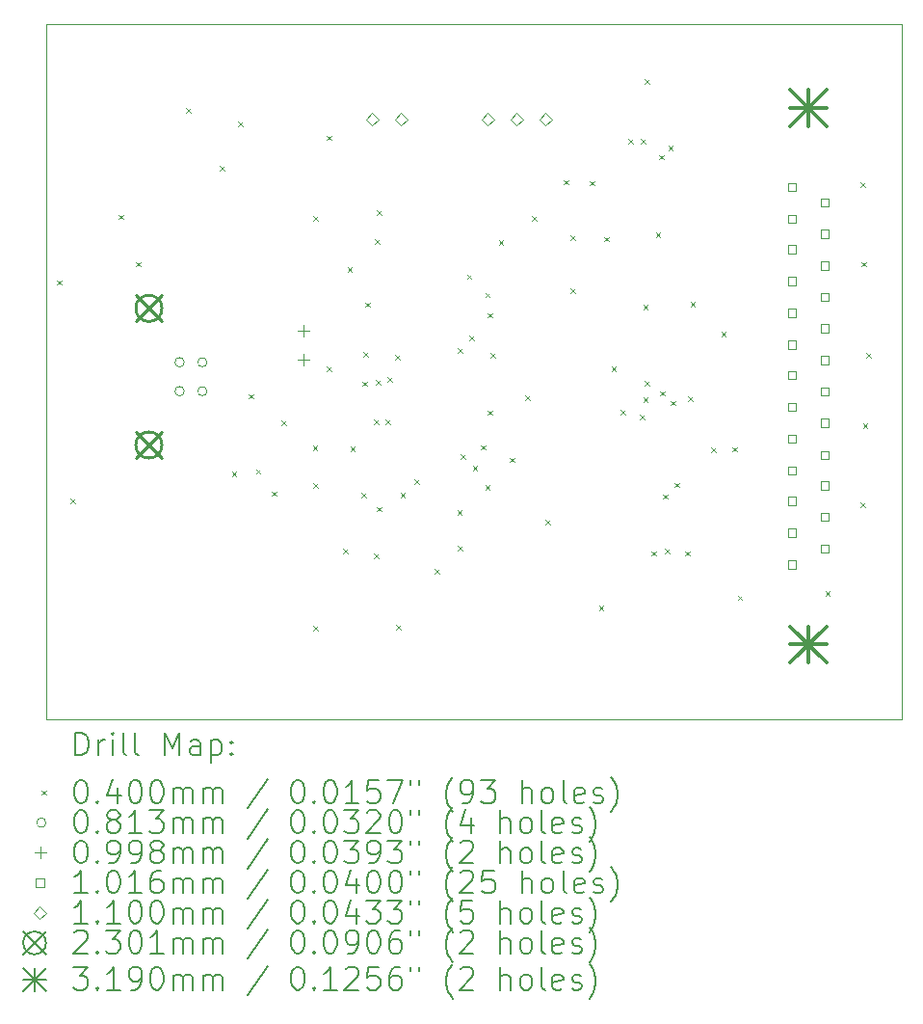
<source format=gbr>
%TF.GenerationSoftware,KiCad,Pcbnew,8.0.2*%
%TF.CreationDate,2025-12-13T20:04:33+01:00*%
%TF.ProjectId,Helios,48656c69-6f73-42e6-9b69-6361645f7063,rev?*%
%TF.SameCoordinates,Original*%
%TF.FileFunction,Drillmap*%
%TF.FilePolarity,Positive*%
%FSLAX45Y45*%
G04 Gerber Fmt 4.5, Leading zero omitted, Abs format (unit mm)*
G04 Created by KiCad (PCBNEW 8.0.2) date 2025-12-13 20:04:33*
%MOMM*%
%LPD*%
G01*
G04 APERTURE LIST*
%ADD10C,0.000100*%
%ADD11C,0.200000*%
%ADD12C,0.100000*%
%ADD13C,0.101600*%
%ADD14C,0.110000*%
%ADD15C,0.230124*%
%ADD16C,0.319000*%
G04 APERTURE END LIST*
D10*
X10000000Y-16110000D02*
X10000000Y-10000000D01*
X17520000Y-16110000D02*
X10000000Y-16110000D01*
X17520000Y-10000000D02*
X17520000Y-16110000D01*
X10000000Y-10000000D02*
X17520000Y-10000000D01*
D11*
D12*
X10100000Y-12250000D02*
X10140000Y-12290000D01*
X10140000Y-12250000D02*
X10100000Y-12290000D01*
X10215000Y-14170000D02*
X10255000Y-14210000D01*
X10255000Y-14170000D02*
X10215000Y-14210000D01*
X10640000Y-11675000D02*
X10680000Y-11715000D01*
X10680000Y-11675000D02*
X10640000Y-11715000D01*
X10790000Y-12090000D02*
X10830000Y-12130000D01*
X10830000Y-12090000D02*
X10790000Y-12130000D01*
X11230000Y-10740000D02*
X11270000Y-10780000D01*
X11270000Y-10740000D02*
X11230000Y-10780000D01*
X11530000Y-11250000D02*
X11570000Y-11290000D01*
X11570000Y-11250000D02*
X11530000Y-11290000D01*
X11635000Y-13930000D02*
X11675000Y-13970000D01*
X11675000Y-13930000D02*
X11635000Y-13970000D01*
X11690000Y-10860000D02*
X11730000Y-10900000D01*
X11730000Y-10860000D02*
X11690000Y-10900000D01*
X11785000Y-13250000D02*
X11825000Y-13290000D01*
X11825000Y-13250000D02*
X11785000Y-13290000D01*
X11845000Y-13910000D02*
X11885000Y-13950000D01*
X11885000Y-13910000D02*
X11845000Y-13950000D01*
X11985000Y-14105000D02*
X12025000Y-14145000D01*
X12025000Y-14105000D02*
X11985000Y-14145000D01*
X12070000Y-13480000D02*
X12110000Y-13520000D01*
X12110000Y-13480000D02*
X12070000Y-13520000D01*
X12345000Y-13705000D02*
X12385000Y-13745000D01*
X12385000Y-13705000D02*
X12345000Y-13745000D01*
X12350000Y-11690000D02*
X12390000Y-11730000D01*
X12390000Y-11690000D02*
X12350000Y-11730000D01*
X12350000Y-14035000D02*
X12390000Y-14075000D01*
X12390000Y-14035000D02*
X12350000Y-14075000D01*
X12350000Y-15285000D02*
X12390000Y-15325000D01*
X12390000Y-15285000D02*
X12350000Y-15325000D01*
X12465000Y-10980000D02*
X12505000Y-11020000D01*
X12505000Y-10980000D02*
X12465000Y-11020000D01*
X12470000Y-13010000D02*
X12510000Y-13050000D01*
X12510000Y-13010000D02*
X12470000Y-13050000D01*
X12610000Y-14610000D02*
X12650000Y-14650000D01*
X12650000Y-14610000D02*
X12610000Y-14650000D01*
X12650000Y-12135000D02*
X12690000Y-12175000D01*
X12690000Y-12135000D02*
X12650000Y-12175000D01*
X12675000Y-13710000D02*
X12715000Y-13750000D01*
X12715000Y-13710000D02*
X12675000Y-13750000D01*
X12775000Y-14120000D02*
X12815000Y-14160000D01*
X12815000Y-14120000D02*
X12775000Y-14160000D01*
X12780000Y-13140000D02*
X12820000Y-13180000D01*
X12820000Y-13140000D02*
X12780000Y-13180000D01*
X12790000Y-12880000D02*
X12830000Y-12920000D01*
X12830000Y-12880000D02*
X12790000Y-12920000D01*
X12805000Y-12445000D02*
X12845000Y-12485000D01*
X12845000Y-12445000D02*
X12805000Y-12485000D01*
X12880000Y-13475000D02*
X12920000Y-13515000D01*
X12920000Y-13475000D02*
X12880000Y-13515000D01*
X12885000Y-14650000D02*
X12925000Y-14690000D01*
X12925000Y-14650000D02*
X12885000Y-14690000D01*
X12890000Y-11890000D02*
X12930000Y-11930000D01*
X12930000Y-11890000D02*
X12890000Y-11930000D01*
X12900000Y-13130000D02*
X12940000Y-13170000D01*
X12940000Y-13130000D02*
X12900000Y-13170000D01*
X12910000Y-11640000D02*
X12950000Y-11680000D01*
X12950000Y-11640000D02*
X12910000Y-11680000D01*
X12910000Y-14240000D02*
X12950000Y-14280000D01*
X12950000Y-14240000D02*
X12910000Y-14280000D01*
X12985000Y-13475000D02*
X13025000Y-13515000D01*
X13025000Y-13475000D02*
X12985000Y-13515000D01*
X13000000Y-13100000D02*
X13040000Y-13140000D01*
X13040000Y-13100000D02*
X13000000Y-13140000D01*
X13070000Y-12910000D02*
X13110000Y-12950000D01*
X13110000Y-12910000D02*
X13070000Y-12950000D01*
X13080000Y-15280000D02*
X13120000Y-15320000D01*
X13120000Y-15280000D02*
X13080000Y-15320000D01*
X13115000Y-14115000D02*
X13155000Y-14155000D01*
X13155000Y-14115000D02*
X13115000Y-14155000D01*
X13240000Y-14000000D02*
X13280000Y-14040000D01*
X13280000Y-14000000D02*
X13240000Y-14040000D01*
X13415000Y-14785000D02*
X13455000Y-14825000D01*
X13455000Y-14785000D02*
X13415000Y-14825000D01*
X13615000Y-14270000D02*
X13655000Y-14310000D01*
X13655000Y-14270000D02*
X13615000Y-14310000D01*
X13620000Y-12850000D02*
X13660000Y-12890000D01*
X13660000Y-12850000D02*
X13620000Y-12890000D01*
X13620000Y-14585000D02*
X13660000Y-14625000D01*
X13660000Y-14585000D02*
X13620000Y-14625000D01*
X13645000Y-13780000D02*
X13685000Y-13820000D01*
X13685000Y-13780000D02*
X13645000Y-13820000D01*
X13700000Y-12200000D02*
X13740000Y-12240000D01*
X13740000Y-12200000D02*
X13700000Y-12240000D01*
X13720000Y-12740000D02*
X13760000Y-12780000D01*
X13760000Y-12740000D02*
X13720000Y-12780000D01*
X13750000Y-13880000D02*
X13790000Y-13920000D01*
X13790000Y-13880000D02*
X13750000Y-13920000D01*
X13825000Y-13700000D02*
X13865000Y-13740000D01*
X13865000Y-13700000D02*
X13825000Y-13740000D01*
X13860000Y-12360000D02*
X13900000Y-12400000D01*
X13900000Y-12360000D02*
X13860000Y-12400000D01*
X13860000Y-14050000D02*
X13900000Y-14090000D01*
X13900000Y-14050000D02*
X13860000Y-14090000D01*
X13880000Y-12540000D02*
X13920000Y-12580000D01*
X13920000Y-12540000D02*
X13880000Y-12580000D01*
X13885000Y-13395000D02*
X13925000Y-13435000D01*
X13925000Y-13395000D02*
X13885000Y-13435000D01*
X13905000Y-12890000D02*
X13945000Y-12930000D01*
X13945000Y-12890000D02*
X13905000Y-12930000D01*
X13980000Y-11900000D02*
X14020000Y-11940000D01*
X14020000Y-11900000D02*
X13980000Y-11940000D01*
X14075000Y-13810000D02*
X14115000Y-13850000D01*
X14115000Y-13810000D02*
X14075000Y-13850000D01*
X14210000Y-13260000D02*
X14250000Y-13300000D01*
X14250000Y-13260000D02*
X14210000Y-13300000D01*
X14270000Y-11690000D02*
X14310000Y-11730000D01*
X14310000Y-11690000D02*
X14270000Y-11730000D01*
X14390000Y-14355000D02*
X14430000Y-14395000D01*
X14430000Y-14355000D02*
X14390000Y-14395000D01*
X14550000Y-11370000D02*
X14590000Y-11410000D01*
X14590000Y-11370000D02*
X14550000Y-11410000D01*
X14610000Y-11855000D02*
X14650000Y-11895000D01*
X14650000Y-11855000D02*
X14610000Y-11895000D01*
X14610000Y-12325000D02*
X14650000Y-12365000D01*
X14650000Y-12325000D02*
X14610000Y-12365000D01*
X14780000Y-11380000D02*
X14820000Y-11420000D01*
X14820000Y-11380000D02*
X14780000Y-11420000D01*
X14860000Y-15110000D02*
X14900000Y-15150000D01*
X14900000Y-15110000D02*
X14860000Y-15150000D01*
X14905000Y-11870000D02*
X14945000Y-11910000D01*
X14945000Y-11870000D02*
X14905000Y-11910000D01*
X14970000Y-13010000D02*
X15010000Y-13050000D01*
X15010000Y-13010000D02*
X14970000Y-13050000D01*
X15050000Y-13390000D02*
X15090000Y-13430000D01*
X15090000Y-13390000D02*
X15050000Y-13430000D01*
X15120000Y-11010000D02*
X15160000Y-11050000D01*
X15160000Y-11010000D02*
X15120000Y-11050000D01*
X15220000Y-13430000D02*
X15260000Y-13470000D01*
X15260000Y-13430000D02*
X15220000Y-13470000D01*
X15230000Y-11010000D02*
X15270000Y-11050000D01*
X15270000Y-11010000D02*
X15230000Y-11050000D01*
X15250000Y-12465000D02*
X15290000Y-12505000D01*
X15290000Y-12465000D02*
X15250000Y-12505000D01*
X15250000Y-13280000D02*
X15290000Y-13320000D01*
X15290000Y-13280000D02*
X15250000Y-13320000D01*
X15265000Y-10485000D02*
X15305000Y-10525000D01*
X15305000Y-10485000D02*
X15265000Y-10525000D01*
X15265000Y-13135000D02*
X15305000Y-13175000D01*
X15305000Y-13135000D02*
X15265000Y-13175000D01*
X15320000Y-14630000D02*
X15360000Y-14670000D01*
X15360000Y-14630000D02*
X15320000Y-14670000D01*
X15360000Y-11830000D02*
X15400000Y-11870000D01*
X15400000Y-11830000D02*
X15360000Y-11870000D01*
X15390000Y-11150000D02*
X15430000Y-11190000D01*
X15430000Y-11150000D02*
X15390000Y-11190000D01*
X15395000Y-13225000D02*
X15435000Y-13265000D01*
X15435000Y-13225000D02*
X15395000Y-13265000D01*
X15420000Y-14130000D02*
X15460000Y-14170000D01*
X15460000Y-14130000D02*
X15420000Y-14170000D01*
X15440000Y-14610000D02*
X15480000Y-14650000D01*
X15480000Y-14610000D02*
X15440000Y-14650000D01*
X15470000Y-11070000D02*
X15510000Y-11110000D01*
X15510000Y-11070000D02*
X15470000Y-11110000D01*
X15490000Y-13310000D02*
X15530000Y-13350000D01*
X15530000Y-13310000D02*
X15490000Y-13350000D01*
X15525000Y-14030000D02*
X15565000Y-14070000D01*
X15565000Y-14030000D02*
X15525000Y-14070000D01*
X15620000Y-14630000D02*
X15660000Y-14670000D01*
X15660000Y-14630000D02*
X15620000Y-14670000D01*
X15640000Y-13270000D02*
X15680000Y-13310000D01*
X15680000Y-13270000D02*
X15640000Y-13310000D01*
X15665000Y-12440000D02*
X15705000Y-12480000D01*
X15705000Y-12440000D02*
X15665000Y-12480000D01*
X15845000Y-13720000D02*
X15885000Y-13760000D01*
X15885000Y-13720000D02*
X15845000Y-13760000D01*
X15935000Y-12705000D02*
X15975000Y-12745000D01*
X15975000Y-12705000D02*
X15935000Y-12745000D01*
X16035000Y-13715000D02*
X16075000Y-13755000D01*
X16075000Y-13715000D02*
X16035000Y-13755000D01*
X16080000Y-15020000D02*
X16120000Y-15060000D01*
X16120000Y-15020000D02*
X16080000Y-15060000D01*
X16850000Y-14980000D02*
X16890000Y-15020000D01*
X16890000Y-14980000D02*
X16850000Y-15020000D01*
X17160000Y-11390000D02*
X17200000Y-11430000D01*
X17200000Y-11390000D02*
X17160000Y-11430000D01*
X17160000Y-14200000D02*
X17200000Y-14240000D01*
X17200000Y-14200000D02*
X17160000Y-14240000D01*
X17170000Y-12090000D02*
X17210000Y-12130000D01*
X17210000Y-12090000D02*
X17170000Y-12130000D01*
X17180000Y-13510000D02*
X17220000Y-13550000D01*
X17220000Y-13510000D02*
X17180000Y-13550000D01*
X17210000Y-12890000D02*
X17250000Y-12930000D01*
X17250000Y-12890000D02*
X17210000Y-12930000D01*
X11215742Y-12971000D02*
G75*
G02*
X11134462Y-12971000I-40640J0D01*
G01*
X11134462Y-12971000D02*
G75*
G02*
X11215742Y-12971000I40640J0D01*
G01*
X11215742Y-13225000D02*
G75*
G02*
X11134462Y-13225000I-40640J0D01*
G01*
X11134462Y-13225000D02*
G75*
G02*
X11215742Y-13225000I40640J0D01*
G01*
X11415640Y-12971000D02*
G75*
G02*
X11334360Y-12971000I-40640J0D01*
G01*
X11334360Y-12971000D02*
G75*
G02*
X11415640Y-12971000I40640J0D01*
G01*
X11415640Y-13225000D02*
G75*
G02*
X11334360Y-13225000I-40640J0D01*
G01*
X11334360Y-13225000D02*
G75*
G02*
X11415640Y-13225000I40640J0D01*
G01*
X12265000Y-12643089D02*
X12265000Y-12742911D01*
X12215089Y-12693000D02*
X12314911Y-12693000D01*
X12265000Y-12897089D02*
X12265000Y-12996911D01*
X12215089Y-12947000D02*
X12314911Y-12947000D01*
D13*
X16593921Y-11469921D02*
X16593921Y-11398079D01*
X16522079Y-11398079D01*
X16522079Y-11469921D01*
X16593921Y-11469921D01*
X16593921Y-11749321D02*
X16593921Y-11677479D01*
X16522079Y-11677479D01*
X16522079Y-11749321D01*
X16593921Y-11749321D01*
X16593921Y-12016021D02*
X16593921Y-11944179D01*
X16522079Y-11944179D01*
X16522079Y-12016021D01*
X16593921Y-12016021D01*
X16593921Y-12295421D02*
X16593921Y-12223579D01*
X16522079Y-12223579D01*
X16522079Y-12295421D01*
X16593921Y-12295421D01*
X16593921Y-12574821D02*
X16593921Y-12502979D01*
X16522079Y-12502979D01*
X16522079Y-12574821D01*
X16593921Y-12574821D01*
X16593921Y-12854221D02*
X16593921Y-12782379D01*
X16522079Y-12782379D01*
X16522079Y-12854221D01*
X16593921Y-12854221D01*
X16593921Y-13120921D02*
X16593921Y-13049079D01*
X16522079Y-13049079D01*
X16522079Y-13120921D01*
X16593921Y-13120921D01*
X16593921Y-13400321D02*
X16593921Y-13328479D01*
X16522079Y-13328479D01*
X16522079Y-13400321D01*
X16593921Y-13400321D01*
X16593921Y-13679721D02*
X16593921Y-13607879D01*
X16522079Y-13607879D01*
X16522079Y-13679721D01*
X16593921Y-13679721D01*
X16593921Y-13959121D02*
X16593921Y-13887279D01*
X16522079Y-13887279D01*
X16522079Y-13959121D01*
X16593921Y-13959121D01*
X16593921Y-14225821D02*
X16593921Y-14153979D01*
X16522079Y-14153979D01*
X16522079Y-14225821D01*
X16593921Y-14225821D01*
X16593921Y-14505221D02*
X16593921Y-14433379D01*
X16522079Y-14433379D01*
X16522079Y-14505221D01*
X16593921Y-14505221D01*
X16593921Y-14784621D02*
X16593921Y-14712779D01*
X16522079Y-14712779D01*
X16522079Y-14784621D01*
X16593921Y-14784621D01*
X16877921Y-11605921D02*
X16877921Y-11534079D01*
X16806079Y-11534079D01*
X16806079Y-11605921D01*
X16877921Y-11605921D01*
X16877921Y-11881401D02*
X16877921Y-11809559D01*
X16806079Y-11809559D01*
X16806079Y-11881401D01*
X16877921Y-11881401D01*
X16877921Y-12160801D02*
X16877921Y-12088959D01*
X16806079Y-12088959D01*
X16806079Y-12160801D01*
X16877921Y-12160801D01*
X16877921Y-12435121D02*
X16877921Y-12363279D01*
X16806079Y-12363279D01*
X16806079Y-12435121D01*
X16877921Y-12435121D01*
X16877921Y-12709441D02*
X16877921Y-12637599D01*
X16806079Y-12637599D01*
X16806079Y-12709441D01*
X16877921Y-12709441D01*
X16877921Y-12988841D02*
X16877921Y-12916999D01*
X16806079Y-12916999D01*
X16806079Y-12988841D01*
X16877921Y-12988841D01*
X16877921Y-13263161D02*
X16877921Y-13191319D01*
X16806079Y-13191319D01*
X16806079Y-13263161D01*
X16877921Y-13263161D01*
X16877921Y-13537481D02*
X16877921Y-13465639D01*
X16806079Y-13465639D01*
X16806079Y-13537481D01*
X16877921Y-13537481D01*
X16877921Y-13821961D02*
X16877921Y-13750119D01*
X16806079Y-13750119D01*
X16806079Y-13821961D01*
X16877921Y-13821961D01*
X16877921Y-14091201D02*
X16877921Y-14019359D01*
X16806079Y-14019359D01*
X16806079Y-14091201D01*
X16877921Y-14091201D01*
X16877921Y-14365521D02*
X16877921Y-14293679D01*
X16806079Y-14293679D01*
X16806079Y-14365521D01*
X16877921Y-14365521D01*
X16877921Y-14644921D02*
X16877921Y-14573079D01*
X16806079Y-14573079D01*
X16806079Y-14644921D01*
X16877921Y-14644921D01*
D14*
X12865000Y-10895000D02*
X12920000Y-10840000D01*
X12865000Y-10785000D01*
X12810000Y-10840000D01*
X12865000Y-10895000D01*
X13119000Y-10895000D02*
X13174000Y-10840000D01*
X13119000Y-10785000D01*
X13064000Y-10840000D01*
X13119000Y-10895000D01*
X13881000Y-10895000D02*
X13936000Y-10840000D01*
X13881000Y-10785000D01*
X13826000Y-10840000D01*
X13881000Y-10895000D01*
X14135000Y-10895000D02*
X14190000Y-10840000D01*
X14135000Y-10785000D01*
X14080000Y-10840000D01*
X14135000Y-10895000D01*
X14389000Y-10895000D02*
X14444000Y-10840000D01*
X14389000Y-10785000D01*
X14334000Y-10840000D01*
X14389000Y-10895000D01*
D15*
X10790038Y-12382990D02*
X11020162Y-12613114D01*
X11020162Y-12382990D02*
X10790038Y-12613114D01*
X11020162Y-12498052D02*
G75*
G02*
X10790038Y-12498052I-115062J0D01*
G01*
X10790038Y-12498052D02*
G75*
G02*
X11020162Y-12498052I115062J0D01*
G01*
X10790038Y-13582886D02*
X11020162Y-13813010D01*
X11020162Y-13582886D02*
X10790038Y-13813010D01*
X11020162Y-13697948D02*
G75*
G02*
X10790038Y-13697948I-115062J0D01*
G01*
X10790038Y-13697948D02*
G75*
G02*
X11020162Y-13697948I115062J0D01*
G01*
D16*
X16540500Y-10580500D02*
X16859500Y-10899500D01*
X16859500Y-10580500D02*
X16540500Y-10899500D01*
X16700000Y-10580500D02*
X16700000Y-10899500D01*
X16540500Y-10740000D02*
X16859500Y-10740000D01*
X16540500Y-15290500D02*
X16859500Y-15609500D01*
X16859500Y-15290500D02*
X16540500Y-15609500D01*
X16700000Y-15290500D02*
X16700000Y-15609500D01*
X16540500Y-15450000D02*
X16859500Y-15450000D01*
D11*
X10260772Y-16421489D02*
X10260772Y-16221489D01*
X10260772Y-16221489D02*
X10308391Y-16221489D01*
X10308391Y-16221489D02*
X10336962Y-16231013D01*
X10336962Y-16231013D02*
X10356010Y-16250060D01*
X10356010Y-16250060D02*
X10365534Y-16269108D01*
X10365534Y-16269108D02*
X10375058Y-16307203D01*
X10375058Y-16307203D02*
X10375058Y-16335774D01*
X10375058Y-16335774D02*
X10365534Y-16373870D01*
X10365534Y-16373870D02*
X10356010Y-16392917D01*
X10356010Y-16392917D02*
X10336962Y-16411965D01*
X10336962Y-16411965D02*
X10308391Y-16421489D01*
X10308391Y-16421489D02*
X10260772Y-16421489D01*
X10460772Y-16421489D02*
X10460772Y-16288155D01*
X10460772Y-16326251D02*
X10470296Y-16307203D01*
X10470296Y-16307203D02*
X10479819Y-16297679D01*
X10479819Y-16297679D02*
X10498867Y-16288155D01*
X10498867Y-16288155D02*
X10517915Y-16288155D01*
X10584581Y-16421489D02*
X10584581Y-16288155D01*
X10584581Y-16221489D02*
X10575058Y-16231013D01*
X10575058Y-16231013D02*
X10584581Y-16240536D01*
X10584581Y-16240536D02*
X10594105Y-16231013D01*
X10594105Y-16231013D02*
X10584581Y-16221489D01*
X10584581Y-16221489D02*
X10584581Y-16240536D01*
X10708391Y-16421489D02*
X10689343Y-16411965D01*
X10689343Y-16411965D02*
X10679819Y-16392917D01*
X10679819Y-16392917D02*
X10679819Y-16221489D01*
X10813153Y-16421489D02*
X10794105Y-16411965D01*
X10794105Y-16411965D02*
X10784581Y-16392917D01*
X10784581Y-16392917D02*
X10784581Y-16221489D01*
X11041724Y-16421489D02*
X11041724Y-16221489D01*
X11041724Y-16221489D02*
X11108391Y-16364346D01*
X11108391Y-16364346D02*
X11175058Y-16221489D01*
X11175058Y-16221489D02*
X11175058Y-16421489D01*
X11356010Y-16421489D02*
X11356010Y-16316727D01*
X11356010Y-16316727D02*
X11346486Y-16297679D01*
X11346486Y-16297679D02*
X11327438Y-16288155D01*
X11327438Y-16288155D02*
X11289343Y-16288155D01*
X11289343Y-16288155D02*
X11270296Y-16297679D01*
X11356010Y-16411965D02*
X11336962Y-16421489D01*
X11336962Y-16421489D02*
X11289343Y-16421489D01*
X11289343Y-16421489D02*
X11270296Y-16411965D01*
X11270296Y-16411965D02*
X11260772Y-16392917D01*
X11260772Y-16392917D02*
X11260772Y-16373870D01*
X11260772Y-16373870D02*
X11270296Y-16354822D01*
X11270296Y-16354822D02*
X11289343Y-16345298D01*
X11289343Y-16345298D02*
X11336962Y-16345298D01*
X11336962Y-16345298D02*
X11356010Y-16335774D01*
X11451248Y-16288155D02*
X11451248Y-16488155D01*
X11451248Y-16297679D02*
X11470296Y-16288155D01*
X11470296Y-16288155D02*
X11508391Y-16288155D01*
X11508391Y-16288155D02*
X11527438Y-16297679D01*
X11527438Y-16297679D02*
X11536962Y-16307203D01*
X11536962Y-16307203D02*
X11546486Y-16326251D01*
X11546486Y-16326251D02*
X11546486Y-16383393D01*
X11546486Y-16383393D02*
X11536962Y-16402441D01*
X11536962Y-16402441D02*
X11527438Y-16411965D01*
X11527438Y-16411965D02*
X11508391Y-16421489D01*
X11508391Y-16421489D02*
X11470296Y-16421489D01*
X11470296Y-16421489D02*
X11451248Y-16411965D01*
X11632200Y-16402441D02*
X11641724Y-16411965D01*
X11641724Y-16411965D02*
X11632200Y-16421489D01*
X11632200Y-16421489D02*
X11622677Y-16411965D01*
X11622677Y-16411965D02*
X11632200Y-16402441D01*
X11632200Y-16402441D02*
X11632200Y-16421489D01*
X11632200Y-16297679D02*
X11641724Y-16307203D01*
X11641724Y-16307203D02*
X11632200Y-16316727D01*
X11632200Y-16316727D02*
X11622677Y-16307203D01*
X11622677Y-16307203D02*
X11632200Y-16297679D01*
X11632200Y-16297679D02*
X11632200Y-16316727D01*
D12*
X9959995Y-16730005D02*
X9999995Y-16770005D01*
X9999995Y-16730005D02*
X9959995Y-16770005D01*
D11*
X10298867Y-16641489D02*
X10317915Y-16641489D01*
X10317915Y-16641489D02*
X10336962Y-16651013D01*
X10336962Y-16651013D02*
X10346486Y-16660536D01*
X10346486Y-16660536D02*
X10356010Y-16679584D01*
X10356010Y-16679584D02*
X10365534Y-16717679D01*
X10365534Y-16717679D02*
X10365534Y-16765298D01*
X10365534Y-16765298D02*
X10356010Y-16803394D01*
X10356010Y-16803394D02*
X10346486Y-16822441D01*
X10346486Y-16822441D02*
X10336962Y-16831965D01*
X10336962Y-16831965D02*
X10317915Y-16841489D01*
X10317915Y-16841489D02*
X10298867Y-16841489D01*
X10298867Y-16841489D02*
X10279819Y-16831965D01*
X10279819Y-16831965D02*
X10270296Y-16822441D01*
X10270296Y-16822441D02*
X10260772Y-16803394D01*
X10260772Y-16803394D02*
X10251248Y-16765298D01*
X10251248Y-16765298D02*
X10251248Y-16717679D01*
X10251248Y-16717679D02*
X10260772Y-16679584D01*
X10260772Y-16679584D02*
X10270296Y-16660536D01*
X10270296Y-16660536D02*
X10279819Y-16651013D01*
X10279819Y-16651013D02*
X10298867Y-16641489D01*
X10451248Y-16822441D02*
X10460772Y-16831965D01*
X10460772Y-16831965D02*
X10451248Y-16841489D01*
X10451248Y-16841489D02*
X10441724Y-16831965D01*
X10441724Y-16831965D02*
X10451248Y-16822441D01*
X10451248Y-16822441D02*
X10451248Y-16841489D01*
X10632200Y-16708155D02*
X10632200Y-16841489D01*
X10584581Y-16631965D02*
X10536962Y-16774822D01*
X10536962Y-16774822D02*
X10660772Y-16774822D01*
X10775058Y-16641489D02*
X10794105Y-16641489D01*
X10794105Y-16641489D02*
X10813153Y-16651013D01*
X10813153Y-16651013D02*
X10822677Y-16660536D01*
X10822677Y-16660536D02*
X10832200Y-16679584D01*
X10832200Y-16679584D02*
X10841724Y-16717679D01*
X10841724Y-16717679D02*
X10841724Y-16765298D01*
X10841724Y-16765298D02*
X10832200Y-16803394D01*
X10832200Y-16803394D02*
X10822677Y-16822441D01*
X10822677Y-16822441D02*
X10813153Y-16831965D01*
X10813153Y-16831965D02*
X10794105Y-16841489D01*
X10794105Y-16841489D02*
X10775058Y-16841489D01*
X10775058Y-16841489D02*
X10756010Y-16831965D01*
X10756010Y-16831965D02*
X10746486Y-16822441D01*
X10746486Y-16822441D02*
X10736962Y-16803394D01*
X10736962Y-16803394D02*
X10727439Y-16765298D01*
X10727439Y-16765298D02*
X10727439Y-16717679D01*
X10727439Y-16717679D02*
X10736962Y-16679584D01*
X10736962Y-16679584D02*
X10746486Y-16660536D01*
X10746486Y-16660536D02*
X10756010Y-16651013D01*
X10756010Y-16651013D02*
X10775058Y-16641489D01*
X10965534Y-16641489D02*
X10984581Y-16641489D01*
X10984581Y-16641489D02*
X11003629Y-16651013D01*
X11003629Y-16651013D02*
X11013153Y-16660536D01*
X11013153Y-16660536D02*
X11022677Y-16679584D01*
X11022677Y-16679584D02*
X11032200Y-16717679D01*
X11032200Y-16717679D02*
X11032200Y-16765298D01*
X11032200Y-16765298D02*
X11022677Y-16803394D01*
X11022677Y-16803394D02*
X11013153Y-16822441D01*
X11013153Y-16822441D02*
X11003629Y-16831965D01*
X11003629Y-16831965D02*
X10984581Y-16841489D01*
X10984581Y-16841489D02*
X10965534Y-16841489D01*
X10965534Y-16841489D02*
X10946486Y-16831965D01*
X10946486Y-16831965D02*
X10936962Y-16822441D01*
X10936962Y-16822441D02*
X10927439Y-16803394D01*
X10927439Y-16803394D02*
X10917915Y-16765298D01*
X10917915Y-16765298D02*
X10917915Y-16717679D01*
X10917915Y-16717679D02*
X10927439Y-16679584D01*
X10927439Y-16679584D02*
X10936962Y-16660536D01*
X10936962Y-16660536D02*
X10946486Y-16651013D01*
X10946486Y-16651013D02*
X10965534Y-16641489D01*
X11117915Y-16841489D02*
X11117915Y-16708155D01*
X11117915Y-16727203D02*
X11127439Y-16717679D01*
X11127439Y-16717679D02*
X11146486Y-16708155D01*
X11146486Y-16708155D02*
X11175058Y-16708155D01*
X11175058Y-16708155D02*
X11194105Y-16717679D01*
X11194105Y-16717679D02*
X11203629Y-16736727D01*
X11203629Y-16736727D02*
X11203629Y-16841489D01*
X11203629Y-16736727D02*
X11213153Y-16717679D01*
X11213153Y-16717679D02*
X11232200Y-16708155D01*
X11232200Y-16708155D02*
X11260772Y-16708155D01*
X11260772Y-16708155D02*
X11279819Y-16717679D01*
X11279819Y-16717679D02*
X11289343Y-16736727D01*
X11289343Y-16736727D02*
X11289343Y-16841489D01*
X11384581Y-16841489D02*
X11384581Y-16708155D01*
X11384581Y-16727203D02*
X11394105Y-16717679D01*
X11394105Y-16717679D02*
X11413153Y-16708155D01*
X11413153Y-16708155D02*
X11441724Y-16708155D01*
X11441724Y-16708155D02*
X11460772Y-16717679D01*
X11460772Y-16717679D02*
X11470296Y-16736727D01*
X11470296Y-16736727D02*
X11470296Y-16841489D01*
X11470296Y-16736727D02*
X11479819Y-16717679D01*
X11479819Y-16717679D02*
X11498867Y-16708155D01*
X11498867Y-16708155D02*
X11527438Y-16708155D01*
X11527438Y-16708155D02*
X11546486Y-16717679D01*
X11546486Y-16717679D02*
X11556010Y-16736727D01*
X11556010Y-16736727D02*
X11556010Y-16841489D01*
X11946486Y-16631965D02*
X11775058Y-16889108D01*
X12203629Y-16641489D02*
X12222677Y-16641489D01*
X12222677Y-16641489D02*
X12241724Y-16651013D01*
X12241724Y-16651013D02*
X12251248Y-16660536D01*
X12251248Y-16660536D02*
X12260772Y-16679584D01*
X12260772Y-16679584D02*
X12270296Y-16717679D01*
X12270296Y-16717679D02*
X12270296Y-16765298D01*
X12270296Y-16765298D02*
X12260772Y-16803394D01*
X12260772Y-16803394D02*
X12251248Y-16822441D01*
X12251248Y-16822441D02*
X12241724Y-16831965D01*
X12241724Y-16831965D02*
X12222677Y-16841489D01*
X12222677Y-16841489D02*
X12203629Y-16841489D01*
X12203629Y-16841489D02*
X12184581Y-16831965D01*
X12184581Y-16831965D02*
X12175058Y-16822441D01*
X12175058Y-16822441D02*
X12165534Y-16803394D01*
X12165534Y-16803394D02*
X12156010Y-16765298D01*
X12156010Y-16765298D02*
X12156010Y-16717679D01*
X12156010Y-16717679D02*
X12165534Y-16679584D01*
X12165534Y-16679584D02*
X12175058Y-16660536D01*
X12175058Y-16660536D02*
X12184581Y-16651013D01*
X12184581Y-16651013D02*
X12203629Y-16641489D01*
X12356010Y-16822441D02*
X12365534Y-16831965D01*
X12365534Y-16831965D02*
X12356010Y-16841489D01*
X12356010Y-16841489D02*
X12346486Y-16831965D01*
X12346486Y-16831965D02*
X12356010Y-16822441D01*
X12356010Y-16822441D02*
X12356010Y-16841489D01*
X12489343Y-16641489D02*
X12508391Y-16641489D01*
X12508391Y-16641489D02*
X12527439Y-16651013D01*
X12527439Y-16651013D02*
X12536962Y-16660536D01*
X12536962Y-16660536D02*
X12546486Y-16679584D01*
X12546486Y-16679584D02*
X12556010Y-16717679D01*
X12556010Y-16717679D02*
X12556010Y-16765298D01*
X12556010Y-16765298D02*
X12546486Y-16803394D01*
X12546486Y-16803394D02*
X12536962Y-16822441D01*
X12536962Y-16822441D02*
X12527439Y-16831965D01*
X12527439Y-16831965D02*
X12508391Y-16841489D01*
X12508391Y-16841489D02*
X12489343Y-16841489D01*
X12489343Y-16841489D02*
X12470296Y-16831965D01*
X12470296Y-16831965D02*
X12460772Y-16822441D01*
X12460772Y-16822441D02*
X12451248Y-16803394D01*
X12451248Y-16803394D02*
X12441724Y-16765298D01*
X12441724Y-16765298D02*
X12441724Y-16717679D01*
X12441724Y-16717679D02*
X12451248Y-16679584D01*
X12451248Y-16679584D02*
X12460772Y-16660536D01*
X12460772Y-16660536D02*
X12470296Y-16651013D01*
X12470296Y-16651013D02*
X12489343Y-16641489D01*
X12746486Y-16841489D02*
X12632201Y-16841489D01*
X12689343Y-16841489D02*
X12689343Y-16641489D01*
X12689343Y-16641489D02*
X12670296Y-16670060D01*
X12670296Y-16670060D02*
X12651248Y-16689108D01*
X12651248Y-16689108D02*
X12632201Y-16698632D01*
X12927439Y-16641489D02*
X12832201Y-16641489D01*
X12832201Y-16641489D02*
X12822677Y-16736727D01*
X12822677Y-16736727D02*
X12832201Y-16727203D01*
X12832201Y-16727203D02*
X12851248Y-16717679D01*
X12851248Y-16717679D02*
X12898867Y-16717679D01*
X12898867Y-16717679D02*
X12917915Y-16727203D01*
X12917915Y-16727203D02*
X12927439Y-16736727D01*
X12927439Y-16736727D02*
X12936962Y-16755774D01*
X12936962Y-16755774D02*
X12936962Y-16803394D01*
X12936962Y-16803394D02*
X12927439Y-16822441D01*
X12927439Y-16822441D02*
X12917915Y-16831965D01*
X12917915Y-16831965D02*
X12898867Y-16841489D01*
X12898867Y-16841489D02*
X12851248Y-16841489D01*
X12851248Y-16841489D02*
X12832201Y-16831965D01*
X12832201Y-16831965D02*
X12822677Y-16822441D01*
X13003629Y-16641489D02*
X13136962Y-16641489D01*
X13136962Y-16641489D02*
X13051248Y-16841489D01*
X13203629Y-16641489D02*
X13203629Y-16679584D01*
X13279820Y-16641489D02*
X13279820Y-16679584D01*
X13575058Y-16917679D02*
X13565534Y-16908155D01*
X13565534Y-16908155D02*
X13546486Y-16879584D01*
X13546486Y-16879584D02*
X13536963Y-16860536D01*
X13536963Y-16860536D02*
X13527439Y-16831965D01*
X13527439Y-16831965D02*
X13517915Y-16784346D01*
X13517915Y-16784346D02*
X13517915Y-16746251D01*
X13517915Y-16746251D02*
X13527439Y-16698632D01*
X13527439Y-16698632D02*
X13536963Y-16670060D01*
X13536963Y-16670060D02*
X13546486Y-16651013D01*
X13546486Y-16651013D02*
X13565534Y-16622441D01*
X13565534Y-16622441D02*
X13575058Y-16612917D01*
X13660772Y-16841489D02*
X13698867Y-16841489D01*
X13698867Y-16841489D02*
X13717915Y-16831965D01*
X13717915Y-16831965D02*
X13727439Y-16822441D01*
X13727439Y-16822441D02*
X13746486Y-16793870D01*
X13746486Y-16793870D02*
X13756010Y-16755774D01*
X13756010Y-16755774D02*
X13756010Y-16679584D01*
X13756010Y-16679584D02*
X13746486Y-16660536D01*
X13746486Y-16660536D02*
X13736963Y-16651013D01*
X13736963Y-16651013D02*
X13717915Y-16641489D01*
X13717915Y-16641489D02*
X13679820Y-16641489D01*
X13679820Y-16641489D02*
X13660772Y-16651013D01*
X13660772Y-16651013D02*
X13651248Y-16660536D01*
X13651248Y-16660536D02*
X13641724Y-16679584D01*
X13641724Y-16679584D02*
X13641724Y-16727203D01*
X13641724Y-16727203D02*
X13651248Y-16746251D01*
X13651248Y-16746251D02*
X13660772Y-16755774D01*
X13660772Y-16755774D02*
X13679820Y-16765298D01*
X13679820Y-16765298D02*
X13717915Y-16765298D01*
X13717915Y-16765298D02*
X13736963Y-16755774D01*
X13736963Y-16755774D02*
X13746486Y-16746251D01*
X13746486Y-16746251D02*
X13756010Y-16727203D01*
X13822677Y-16641489D02*
X13946486Y-16641489D01*
X13946486Y-16641489D02*
X13879820Y-16717679D01*
X13879820Y-16717679D02*
X13908391Y-16717679D01*
X13908391Y-16717679D02*
X13927439Y-16727203D01*
X13927439Y-16727203D02*
X13936963Y-16736727D01*
X13936963Y-16736727D02*
X13946486Y-16755774D01*
X13946486Y-16755774D02*
X13946486Y-16803394D01*
X13946486Y-16803394D02*
X13936963Y-16822441D01*
X13936963Y-16822441D02*
X13927439Y-16831965D01*
X13927439Y-16831965D02*
X13908391Y-16841489D01*
X13908391Y-16841489D02*
X13851248Y-16841489D01*
X13851248Y-16841489D02*
X13832201Y-16831965D01*
X13832201Y-16831965D02*
X13822677Y-16822441D01*
X14184582Y-16841489D02*
X14184582Y-16641489D01*
X14270296Y-16841489D02*
X14270296Y-16736727D01*
X14270296Y-16736727D02*
X14260772Y-16717679D01*
X14260772Y-16717679D02*
X14241725Y-16708155D01*
X14241725Y-16708155D02*
X14213153Y-16708155D01*
X14213153Y-16708155D02*
X14194105Y-16717679D01*
X14194105Y-16717679D02*
X14184582Y-16727203D01*
X14394105Y-16841489D02*
X14375058Y-16831965D01*
X14375058Y-16831965D02*
X14365534Y-16822441D01*
X14365534Y-16822441D02*
X14356010Y-16803394D01*
X14356010Y-16803394D02*
X14356010Y-16746251D01*
X14356010Y-16746251D02*
X14365534Y-16727203D01*
X14365534Y-16727203D02*
X14375058Y-16717679D01*
X14375058Y-16717679D02*
X14394105Y-16708155D01*
X14394105Y-16708155D02*
X14422677Y-16708155D01*
X14422677Y-16708155D02*
X14441725Y-16717679D01*
X14441725Y-16717679D02*
X14451248Y-16727203D01*
X14451248Y-16727203D02*
X14460772Y-16746251D01*
X14460772Y-16746251D02*
X14460772Y-16803394D01*
X14460772Y-16803394D02*
X14451248Y-16822441D01*
X14451248Y-16822441D02*
X14441725Y-16831965D01*
X14441725Y-16831965D02*
X14422677Y-16841489D01*
X14422677Y-16841489D02*
X14394105Y-16841489D01*
X14575058Y-16841489D02*
X14556010Y-16831965D01*
X14556010Y-16831965D02*
X14546486Y-16812917D01*
X14546486Y-16812917D02*
X14546486Y-16641489D01*
X14727439Y-16831965D02*
X14708391Y-16841489D01*
X14708391Y-16841489D02*
X14670296Y-16841489D01*
X14670296Y-16841489D02*
X14651248Y-16831965D01*
X14651248Y-16831965D02*
X14641725Y-16812917D01*
X14641725Y-16812917D02*
X14641725Y-16736727D01*
X14641725Y-16736727D02*
X14651248Y-16717679D01*
X14651248Y-16717679D02*
X14670296Y-16708155D01*
X14670296Y-16708155D02*
X14708391Y-16708155D01*
X14708391Y-16708155D02*
X14727439Y-16717679D01*
X14727439Y-16717679D02*
X14736963Y-16736727D01*
X14736963Y-16736727D02*
X14736963Y-16755774D01*
X14736963Y-16755774D02*
X14641725Y-16774822D01*
X14813153Y-16831965D02*
X14832201Y-16841489D01*
X14832201Y-16841489D02*
X14870296Y-16841489D01*
X14870296Y-16841489D02*
X14889344Y-16831965D01*
X14889344Y-16831965D02*
X14898867Y-16812917D01*
X14898867Y-16812917D02*
X14898867Y-16803394D01*
X14898867Y-16803394D02*
X14889344Y-16784346D01*
X14889344Y-16784346D02*
X14870296Y-16774822D01*
X14870296Y-16774822D02*
X14841725Y-16774822D01*
X14841725Y-16774822D02*
X14822677Y-16765298D01*
X14822677Y-16765298D02*
X14813153Y-16746251D01*
X14813153Y-16746251D02*
X14813153Y-16736727D01*
X14813153Y-16736727D02*
X14822677Y-16717679D01*
X14822677Y-16717679D02*
X14841725Y-16708155D01*
X14841725Y-16708155D02*
X14870296Y-16708155D01*
X14870296Y-16708155D02*
X14889344Y-16717679D01*
X14965534Y-16917679D02*
X14975058Y-16908155D01*
X14975058Y-16908155D02*
X14994106Y-16879584D01*
X14994106Y-16879584D02*
X15003629Y-16860536D01*
X15003629Y-16860536D02*
X15013153Y-16831965D01*
X15013153Y-16831965D02*
X15022677Y-16784346D01*
X15022677Y-16784346D02*
X15022677Y-16746251D01*
X15022677Y-16746251D02*
X15013153Y-16698632D01*
X15013153Y-16698632D02*
X15003629Y-16670060D01*
X15003629Y-16670060D02*
X14994106Y-16651013D01*
X14994106Y-16651013D02*
X14975058Y-16622441D01*
X14975058Y-16622441D02*
X14965534Y-16612917D01*
D12*
X9999995Y-17014005D02*
G75*
G02*
X9918715Y-17014005I-40640J0D01*
G01*
X9918715Y-17014005D02*
G75*
G02*
X9999995Y-17014005I40640J0D01*
G01*
D11*
X10298867Y-16905489D02*
X10317915Y-16905489D01*
X10317915Y-16905489D02*
X10336962Y-16915013D01*
X10336962Y-16915013D02*
X10346486Y-16924536D01*
X10346486Y-16924536D02*
X10356010Y-16943584D01*
X10356010Y-16943584D02*
X10365534Y-16981679D01*
X10365534Y-16981679D02*
X10365534Y-17029298D01*
X10365534Y-17029298D02*
X10356010Y-17067394D01*
X10356010Y-17067394D02*
X10346486Y-17086441D01*
X10346486Y-17086441D02*
X10336962Y-17095965D01*
X10336962Y-17095965D02*
X10317915Y-17105489D01*
X10317915Y-17105489D02*
X10298867Y-17105489D01*
X10298867Y-17105489D02*
X10279819Y-17095965D01*
X10279819Y-17095965D02*
X10270296Y-17086441D01*
X10270296Y-17086441D02*
X10260772Y-17067394D01*
X10260772Y-17067394D02*
X10251248Y-17029298D01*
X10251248Y-17029298D02*
X10251248Y-16981679D01*
X10251248Y-16981679D02*
X10260772Y-16943584D01*
X10260772Y-16943584D02*
X10270296Y-16924536D01*
X10270296Y-16924536D02*
X10279819Y-16915013D01*
X10279819Y-16915013D02*
X10298867Y-16905489D01*
X10451248Y-17086441D02*
X10460772Y-17095965D01*
X10460772Y-17095965D02*
X10451248Y-17105489D01*
X10451248Y-17105489D02*
X10441724Y-17095965D01*
X10441724Y-17095965D02*
X10451248Y-17086441D01*
X10451248Y-17086441D02*
X10451248Y-17105489D01*
X10575058Y-16991203D02*
X10556010Y-16981679D01*
X10556010Y-16981679D02*
X10546486Y-16972155D01*
X10546486Y-16972155D02*
X10536962Y-16953108D01*
X10536962Y-16953108D02*
X10536962Y-16943584D01*
X10536962Y-16943584D02*
X10546486Y-16924536D01*
X10546486Y-16924536D02*
X10556010Y-16915013D01*
X10556010Y-16915013D02*
X10575058Y-16905489D01*
X10575058Y-16905489D02*
X10613153Y-16905489D01*
X10613153Y-16905489D02*
X10632200Y-16915013D01*
X10632200Y-16915013D02*
X10641724Y-16924536D01*
X10641724Y-16924536D02*
X10651248Y-16943584D01*
X10651248Y-16943584D02*
X10651248Y-16953108D01*
X10651248Y-16953108D02*
X10641724Y-16972155D01*
X10641724Y-16972155D02*
X10632200Y-16981679D01*
X10632200Y-16981679D02*
X10613153Y-16991203D01*
X10613153Y-16991203D02*
X10575058Y-16991203D01*
X10575058Y-16991203D02*
X10556010Y-17000727D01*
X10556010Y-17000727D02*
X10546486Y-17010251D01*
X10546486Y-17010251D02*
X10536962Y-17029298D01*
X10536962Y-17029298D02*
X10536962Y-17067394D01*
X10536962Y-17067394D02*
X10546486Y-17086441D01*
X10546486Y-17086441D02*
X10556010Y-17095965D01*
X10556010Y-17095965D02*
X10575058Y-17105489D01*
X10575058Y-17105489D02*
X10613153Y-17105489D01*
X10613153Y-17105489D02*
X10632200Y-17095965D01*
X10632200Y-17095965D02*
X10641724Y-17086441D01*
X10641724Y-17086441D02*
X10651248Y-17067394D01*
X10651248Y-17067394D02*
X10651248Y-17029298D01*
X10651248Y-17029298D02*
X10641724Y-17010251D01*
X10641724Y-17010251D02*
X10632200Y-17000727D01*
X10632200Y-17000727D02*
X10613153Y-16991203D01*
X10841724Y-17105489D02*
X10727439Y-17105489D01*
X10784581Y-17105489D02*
X10784581Y-16905489D01*
X10784581Y-16905489D02*
X10765534Y-16934060D01*
X10765534Y-16934060D02*
X10746486Y-16953108D01*
X10746486Y-16953108D02*
X10727439Y-16962632D01*
X10908391Y-16905489D02*
X11032200Y-16905489D01*
X11032200Y-16905489D02*
X10965534Y-16981679D01*
X10965534Y-16981679D02*
X10994105Y-16981679D01*
X10994105Y-16981679D02*
X11013153Y-16991203D01*
X11013153Y-16991203D02*
X11022677Y-17000727D01*
X11022677Y-17000727D02*
X11032200Y-17019775D01*
X11032200Y-17019775D02*
X11032200Y-17067394D01*
X11032200Y-17067394D02*
X11022677Y-17086441D01*
X11022677Y-17086441D02*
X11013153Y-17095965D01*
X11013153Y-17095965D02*
X10994105Y-17105489D01*
X10994105Y-17105489D02*
X10936962Y-17105489D01*
X10936962Y-17105489D02*
X10917915Y-17095965D01*
X10917915Y-17095965D02*
X10908391Y-17086441D01*
X11117915Y-17105489D02*
X11117915Y-16972155D01*
X11117915Y-16991203D02*
X11127439Y-16981679D01*
X11127439Y-16981679D02*
X11146486Y-16972155D01*
X11146486Y-16972155D02*
X11175058Y-16972155D01*
X11175058Y-16972155D02*
X11194105Y-16981679D01*
X11194105Y-16981679D02*
X11203629Y-17000727D01*
X11203629Y-17000727D02*
X11203629Y-17105489D01*
X11203629Y-17000727D02*
X11213153Y-16981679D01*
X11213153Y-16981679D02*
X11232200Y-16972155D01*
X11232200Y-16972155D02*
X11260772Y-16972155D01*
X11260772Y-16972155D02*
X11279819Y-16981679D01*
X11279819Y-16981679D02*
X11289343Y-17000727D01*
X11289343Y-17000727D02*
X11289343Y-17105489D01*
X11384581Y-17105489D02*
X11384581Y-16972155D01*
X11384581Y-16991203D02*
X11394105Y-16981679D01*
X11394105Y-16981679D02*
X11413153Y-16972155D01*
X11413153Y-16972155D02*
X11441724Y-16972155D01*
X11441724Y-16972155D02*
X11460772Y-16981679D01*
X11460772Y-16981679D02*
X11470296Y-17000727D01*
X11470296Y-17000727D02*
X11470296Y-17105489D01*
X11470296Y-17000727D02*
X11479819Y-16981679D01*
X11479819Y-16981679D02*
X11498867Y-16972155D01*
X11498867Y-16972155D02*
X11527438Y-16972155D01*
X11527438Y-16972155D02*
X11546486Y-16981679D01*
X11546486Y-16981679D02*
X11556010Y-17000727D01*
X11556010Y-17000727D02*
X11556010Y-17105489D01*
X11946486Y-16895965D02*
X11775058Y-17153108D01*
X12203629Y-16905489D02*
X12222677Y-16905489D01*
X12222677Y-16905489D02*
X12241724Y-16915013D01*
X12241724Y-16915013D02*
X12251248Y-16924536D01*
X12251248Y-16924536D02*
X12260772Y-16943584D01*
X12260772Y-16943584D02*
X12270296Y-16981679D01*
X12270296Y-16981679D02*
X12270296Y-17029298D01*
X12270296Y-17029298D02*
X12260772Y-17067394D01*
X12260772Y-17067394D02*
X12251248Y-17086441D01*
X12251248Y-17086441D02*
X12241724Y-17095965D01*
X12241724Y-17095965D02*
X12222677Y-17105489D01*
X12222677Y-17105489D02*
X12203629Y-17105489D01*
X12203629Y-17105489D02*
X12184581Y-17095965D01*
X12184581Y-17095965D02*
X12175058Y-17086441D01*
X12175058Y-17086441D02*
X12165534Y-17067394D01*
X12165534Y-17067394D02*
X12156010Y-17029298D01*
X12156010Y-17029298D02*
X12156010Y-16981679D01*
X12156010Y-16981679D02*
X12165534Y-16943584D01*
X12165534Y-16943584D02*
X12175058Y-16924536D01*
X12175058Y-16924536D02*
X12184581Y-16915013D01*
X12184581Y-16915013D02*
X12203629Y-16905489D01*
X12356010Y-17086441D02*
X12365534Y-17095965D01*
X12365534Y-17095965D02*
X12356010Y-17105489D01*
X12356010Y-17105489D02*
X12346486Y-17095965D01*
X12346486Y-17095965D02*
X12356010Y-17086441D01*
X12356010Y-17086441D02*
X12356010Y-17105489D01*
X12489343Y-16905489D02*
X12508391Y-16905489D01*
X12508391Y-16905489D02*
X12527439Y-16915013D01*
X12527439Y-16915013D02*
X12536962Y-16924536D01*
X12536962Y-16924536D02*
X12546486Y-16943584D01*
X12546486Y-16943584D02*
X12556010Y-16981679D01*
X12556010Y-16981679D02*
X12556010Y-17029298D01*
X12556010Y-17029298D02*
X12546486Y-17067394D01*
X12546486Y-17067394D02*
X12536962Y-17086441D01*
X12536962Y-17086441D02*
X12527439Y-17095965D01*
X12527439Y-17095965D02*
X12508391Y-17105489D01*
X12508391Y-17105489D02*
X12489343Y-17105489D01*
X12489343Y-17105489D02*
X12470296Y-17095965D01*
X12470296Y-17095965D02*
X12460772Y-17086441D01*
X12460772Y-17086441D02*
X12451248Y-17067394D01*
X12451248Y-17067394D02*
X12441724Y-17029298D01*
X12441724Y-17029298D02*
X12441724Y-16981679D01*
X12441724Y-16981679D02*
X12451248Y-16943584D01*
X12451248Y-16943584D02*
X12460772Y-16924536D01*
X12460772Y-16924536D02*
X12470296Y-16915013D01*
X12470296Y-16915013D02*
X12489343Y-16905489D01*
X12622677Y-16905489D02*
X12746486Y-16905489D01*
X12746486Y-16905489D02*
X12679820Y-16981679D01*
X12679820Y-16981679D02*
X12708391Y-16981679D01*
X12708391Y-16981679D02*
X12727439Y-16991203D01*
X12727439Y-16991203D02*
X12736962Y-17000727D01*
X12736962Y-17000727D02*
X12746486Y-17019775D01*
X12746486Y-17019775D02*
X12746486Y-17067394D01*
X12746486Y-17067394D02*
X12736962Y-17086441D01*
X12736962Y-17086441D02*
X12727439Y-17095965D01*
X12727439Y-17095965D02*
X12708391Y-17105489D01*
X12708391Y-17105489D02*
X12651248Y-17105489D01*
X12651248Y-17105489D02*
X12632201Y-17095965D01*
X12632201Y-17095965D02*
X12622677Y-17086441D01*
X12822677Y-16924536D02*
X12832201Y-16915013D01*
X12832201Y-16915013D02*
X12851248Y-16905489D01*
X12851248Y-16905489D02*
X12898867Y-16905489D01*
X12898867Y-16905489D02*
X12917915Y-16915013D01*
X12917915Y-16915013D02*
X12927439Y-16924536D01*
X12927439Y-16924536D02*
X12936962Y-16943584D01*
X12936962Y-16943584D02*
X12936962Y-16962632D01*
X12936962Y-16962632D02*
X12927439Y-16991203D01*
X12927439Y-16991203D02*
X12813153Y-17105489D01*
X12813153Y-17105489D02*
X12936962Y-17105489D01*
X13060772Y-16905489D02*
X13079820Y-16905489D01*
X13079820Y-16905489D02*
X13098867Y-16915013D01*
X13098867Y-16915013D02*
X13108391Y-16924536D01*
X13108391Y-16924536D02*
X13117915Y-16943584D01*
X13117915Y-16943584D02*
X13127439Y-16981679D01*
X13127439Y-16981679D02*
X13127439Y-17029298D01*
X13127439Y-17029298D02*
X13117915Y-17067394D01*
X13117915Y-17067394D02*
X13108391Y-17086441D01*
X13108391Y-17086441D02*
X13098867Y-17095965D01*
X13098867Y-17095965D02*
X13079820Y-17105489D01*
X13079820Y-17105489D02*
X13060772Y-17105489D01*
X13060772Y-17105489D02*
X13041724Y-17095965D01*
X13041724Y-17095965D02*
X13032201Y-17086441D01*
X13032201Y-17086441D02*
X13022677Y-17067394D01*
X13022677Y-17067394D02*
X13013153Y-17029298D01*
X13013153Y-17029298D02*
X13013153Y-16981679D01*
X13013153Y-16981679D02*
X13022677Y-16943584D01*
X13022677Y-16943584D02*
X13032201Y-16924536D01*
X13032201Y-16924536D02*
X13041724Y-16915013D01*
X13041724Y-16915013D02*
X13060772Y-16905489D01*
X13203629Y-16905489D02*
X13203629Y-16943584D01*
X13279820Y-16905489D02*
X13279820Y-16943584D01*
X13575058Y-17181679D02*
X13565534Y-17172155D01*
X13565534Y-17172155D02*
X13546486Y-17143584D01*
X13546486Y-17143584D02*
X13536963Y-17124536D01*
X13536963Y-17124536D02*
X13527439Y-17095965D01*
X13527439Y-17095965D02*
X13517915Y-17048346D01*
X13517915Y-17048346D02*
X13517915Y-17010251D01*
X13517915Y-17010251D02*
X13527439Y-16962632D01*
X13527439Y-16962632D02*
X13536963Y-16934060D01*
X13536963Y-16934060D02*
X13546486Y-16915013D01*
X13546486Y-16915013D02*
X13565534Y-16886441D01*
X13565534Y-16886441D02*
X13575058Y-16876917D01*
X13736963Y-16972155D02*
X13736963Y-17105489D01*
X13689343Y-16895965D02*
X13641724Y-17038822D01*
X13641724Y-17038822D02*
X13765534Y-17038822D01*
X13994105Y-17105489D02*
X13994105Y-16905489D01*
X14079820Y-17105489D02*
X14079820Y-17000727D01*
X14079820Y-17000727D02*
X14070296Y-16981679D01*
X14070296Y-16981679D02*
X14051248Y-16972155D01*
X14051248Y-16972155D02*
X14022677Y-16972155D01*
X14022677Y-16972155D02*
X14003629Y-16981679D01*
X14003629Y-16981679D02*
X13994105Y-16991203D01*
X14203629Y-17105489D02*
X14184582Y-17095965D01*
X14184582Y-17095965D02*
X14175058Y-17086441D01*
X14175058Y-17086441D02*
X14165534Y-17067394D01*
X14165534Y-17067394D02*
X14165534Y-17010251D01*
X14165534Y-17010251D02*
X14175058Y-16991203D01*
X14175058Y-16991203D02*
X14184582Y-16981679D01*
X14184582Y-16981679D02*
X14203629Y-16972155D01*
X14203629Y-16972155D02*
X14232201Y-16972155D01*
X14232201Y-16972155D02*
X14251248Y-16981679D01*
X14251248Y-16981679D02*
X14260772Y-16991203D01*
X14260772Y-16991203D02*
X14270296Y-17010251D01*
X14270296Y-17010251D02*
X14270296Y-17067394D01*
X14270296Y-17067394D02*
X14260772Y-17086441D01*
X14260772Y-17086441D02*
X14251248Y-17095965D01*
X14251248Y-17095965D02*
X14232201Y-17105489D01*
X14232201Y-17105489D02*
X14203629Y-17105489D01*
X14384582Y-17105489D02*
X14365534Y-17095965D01*
X14365534Y-17095965D02*
X14356010Y-17076917D01*
X14356010Y-17076917D02*
X14356010Y-16905489D01*
X14536963Y-17095965D02*
X14517915Y-17105489D01*
X14517915Y-17105489D02*
X14479820Y-17105489D01*
X14479820Y-17105489D02*
X14460772Y-17095965D01*
X14460772Y-17095965D02*
X14451248Y-17076917D01*
X14451248Y-17076917D02*
X14451248Y-17000727D01*
X14451248Y-17000727D02*
X14460772Y-16981679D01*
X14460772Y-16981679D02*
X14479820Y-16972155D01*
X14479820Y-16972155D02*
X14517915Y-16972155D01*
X14517915Y-16972155D02*
X14536963Y-16981679D01*
X14536963Y-16981679D02*
X14546486Y-17000727D01*
X14546486Y-17000727D02*
X14546486Y-17019775D01*
X14546486Y-17019775D02*
X14451248Y-17038822D01*
X14622677Y-17095965D02*
X14641725Y-17105489D01*
X14641725Y-17105489D02*
X14679820Y-17105489D01*
X14679820Y-17105489D02*
X14698867Y-17095965D01*
X14698867Y-17095965D02*
X14708391Y-17076917D01*
X14708391Y-17076917D02*
X14708391Y-17067394D01*
X14708391Y-17067394D02*
X14698867Y-17048346D01*
X14698867Y-17048346D02*
X14679820Y-17038822D01*
X14679820Y-17038822D02*
X14651248Y-17038822D01*
X14651248Y-17038822D02*
X14632201Y-17029298D01*
X14632201Y-17029298D02*
X14622677Y-17010251D01*
X14622677Y-17010251D02*
X14622677Y-17000727D01*
X14622677Y-17000727D02*
X14632201Y-16981679D01*
X14632201Y-16981679D02*
X14651248Y-16972155D01*
X14651248Y-16972155D02*
X14679820Y-16972155D01*
X14679820Y-16972155D02*
X14698867Y-16981679D01*
X14775058Y-17181679D02*
X14784582Y-17172155D01*
X14784582Y-17172155D02*
X14803629Y-17143584D01*
X14803629Y-17143584D02*
X14813153Y-17124536D01*
X14813153Y-17124536D02*
X14822677Y-17095965D01*
X14822677Y-17095965D02*
X14832201Y-17048346D01*
X14832201Y-17048346D02*
X14832201Y-17010251D01*
X14832201Y-17010251D02*
X14822677Y-16962632D01*
X14822677Y-16962632D02*
X14813153Y-16934060D01*
X14813153Y-16934060D02*
X14803629Y-16915013D01*
X14803629Y-16915013D02*
X14784582Y-16886441D01*
X14784582Y-16886441D02*
X14775058Y-16876917D01*
D12*
X9950084Y-17228094D02*
X9950084Y-17327916D01*
X9900173Y-17278005D02*
X9999995Y-17278005D01*
D11*
X10298867Y-17169489D02*
X10317915Y-17169489D01*
X10317915Y-17169489D02*
X10336962Y-17179013D01*
X10336962Y-17179013D02*
X10346486Y-17188536D01*
X10346486Y-17188536D02*
X10356010Y-17207584D01*
X10356010Y-17207584D02*
X10365534Y-17245679D01*
X10365534Y-17245679D02*
X10365534Y-17293298D01*
X10365534Y-17293298D02*
X10356010Y-17331394D01*
X10356010Y-17331394D02*
X10346486Y-17350441D01*
X10346486Y-17350441D02*
X10336962Y-17359965D01*
X10336962Y-17359965D02*
X10317915Y-17369489D01*
X10317915Y-17369489D02*
X10298867Y-17369489D01*
X10298867Y-17369489D02*
X10279819Y-17359965D01*
X10279819Y-17359965D02*
X10270296Y-17350441D01*
X10270296Y-17350441D02*
X10260772Y-17331394D01*
X10260772Y-17331394D02*
X10251248Y-17293298D01*
X10251248Y-17293298D02*
X10251248Y-17245679D01*
X10251248Y-17245679D02*
X10260772Y-17207584D01*
X10260772Y-17207584D02*
X10270296Y-17188536D01*
X10270296Y-17188536D02*
X10279819Y-17179013D01*
X10279819Y-17179013D02*
X10298867Y-17169489D01*
X10451248Y-17350441D02*
X10460772Y-17359965D01*
X10460772Y-17359965D02*
X10451248Y-17369489D01*
X10451248Y-17369489D02*
X10441724Y-17359965D01*
X10441724Y-17359965D02*
X10451248Y-17350441D01*
X10451248Y-17350441D02*
X10451248Y-17369489D01*
X10556010Y-17369489D02*
X10594105Y-17369489D01*
X10594105Y-17369489D02*
X10613153Y-17359965D01*
X10613153Y-17359965D02*
X10622677Y-17350441D01*
X10622677Y-17350441D02*
X10641724Y-17321870D01*
X10641724Y-17321870D02*
X10651248Y-17283775D01*
X10651248Y-17283775D02*
X10651248Y-17207584D01*
X10651248Y-17207584D02*
X10641724Y-17188536D01*
X10641724Y-17188536D02*
X10632200Y-17179013D01*
X10632200Y-17179013D02*
X10613153Y-17169489D01*
X10613153Y-17169489D02*
X10575058Y-17169489D01*
X10575058Y-17169489D02*
X10556010Y-17179013D01*
X10556010Y-17179013D02*
X10546486Y-17188536D01*
X10546486Y-17188536D02*
X10536962Y-17207584D01*
X10536962Y-17207584D02*
X10536962Y-17255203D01*
X10536962Y-17255203D02*
X10546486Y-17274251D01*
X10546486Y-17274251D02*
X10556010Y-17283775D01*
X10556010Y-17283775D02*
X10575058Y-17293298D01*
X10575058Y-17293298D02*
X10613153Y-17293298D01*
X10613153Y-17293298D02*
X10632200Y-17283775D01*
X10632200Y-17283775D02*
X10641724Y-17274251D01*
X10641724Y-17274251D02*
X10651248Y-17255203D01*
X10746486Y-17369489D02*
X10784581Y-17369489D01*
X10784581Y-17369489D02*
X10803629Y-17359965D01*
X10803629Y-17359965D02*
X10813153Y-17350441D01*
X10813153Y-17350441D02*
X10832200Y-17321870D01*
X10832200Y-17321870D02*
X10841724Y-17283775D01*
X10841724Y-17283775D02*
X10841724Y-17207584D01*
X10841724Y-17207584D02*
X10832200Y-17188536D01*
X10832200Y-17188536D02*
X10822677Y-17179013D01*
X10822677Y-17179013D02*
X10803629Y-17169489D01*
X10803629Y-17169489D02*
X10765534Y-17169489D01*
X10765534Y-17169489D02*
X10746486Y-17179013D01*
X10746486Y-17179013D02*
X10736962Y-17188536D01*
X10736962Y-17188536D02*
X10727439Y-17207584D01*
X10727439Y-17207584D02*
X10727439Y-17255203D01*
X10727439Y-17255203D02*
X10736962Y-17274251D01*
X10736962Y-17274251D02*
X10746486Y-17283775D01*
X10746486Y-17283775D02*
X10765534Y-17293298D01*
X10765534Y-17293298D02*
X10803629Y-17293298D01*
X10803629Y-17293298D02*
X10822677Y-17283775D01*
X10822677Y-17283775D02*
X10832200Y-17274251D01*
X10832200Y-17274251D02*
X10841724Y-17255203D01*
X10956010Y-17255203D02*
X10936962Y-17245679D01*
X10936962Y-17245679D02*
X10927439Y-17236155D01*
X10927439Y-17236155D02*
X10917915Y-17217108D01*
X10917915Y-17217108D02*
X10917915Y-17207584D01*
X10917915Y-17207584D02*
X10927439Y-17188536D01*
X10927439Y-17188536D02*
X10936962Y-17179013D01*
X10936962Y-17179013D02*
X10956010Y-17169489D01*
X10956010Y-17169489D02*
X10994105Y-17169489D01*
X10994105Y-17169489D02*
X11013153Y-17179013D01*
X11013153Y-17179013D02*
X11022677Y-17188536D01*
X11022677Y-17188536D02*
X11032200Y-17207584D01*
X11032200Y-17207584D02*
X11032200Y-17217108D01*
X11032200Y-17217108D02*
X11022677Y-17236155D01*
X11022677Y-17236155D02*
X11013153Y-17245679D01*
X11013153Y-17245679D02*
X10994105Y-17255203D01*
X10994105Y-17255203D02*
X10956010Y-17255203D01*
X10956010Y-17255203D02*
X10936962Y-17264727D01*
X10936962Y-17264727D02*
X10927439Y-17274251D01*
X10927439Y-17274251D02*
X10917915Y-17293298D01*
X10917915Y-17293298D02*
X10917915Y-17331394D01*
X10917915Y-17331394D02*
X10927439Y-17350441D01*
X10927439Y-17350441D02*
X10936962Y-17359965D01*
X10936962Y-17359965D02*
X10956010Y-17369489D01*
X10956010Y-17369489D02*
X10994105Y-17369489D01*
X10994105Y-17369489D02*
X11013153Y-17359965D01*
X11013153Y-17359965D02*
X11022677Y-17350441D01*
X11022677Y-17350441D02*
X11032200Y-17331394D01*
X11032200Y-17331394D02*
X11032200Y-17293298D01*
X11032200Y-17293298D02*
X11022677Y-17274251D01*
X11022677Y-17274251D02*
X11013153Y-17264727D01*
X11013153Y-17264727D02*
X10994105Y-17255203D01*
X11117915Y-17369489D02*
X11117915Y-17236155D01*
X11117915Y-17255203D02*
X11127439Y-17245679D01*
X11127439Y-17245679D02*
X11146486Y-17236155D01*
X11146486Y-17236155D02*
X11175058Y-17236155D01*
X11175058Y-17236155D02*
X11194105Y-17245679D01*
X11194105Y-17245679D02*
X11203629Y-17264727D01*
X11203629Y-17264727D02*
X11203629Y-17369489D01*
X11203629Y-17264727D02*
X11213153Y-17245679D01*
X11213153Y-17245679D02*
X11232200Y-17236155D01*
X11232200Y-17236155D02*
X11260772Y-17236155D01*
X11260772Y-17236155D02*
X11279819Y-17245679D01*
X11279819Y-17245679D02*
X11289343Y-17264727D01*
X11289343Y-17264727D02*
X11289343Y-17369489D01*
X11384581Y-17369489D02*
X11384581Y-17236155D01*
X11384581Y-17255203D02*
X11394105Y-17245679D01*
X11394105Y-17245679D02*
X11413153Y-17236155D01*
X11413153Y-17236155D02*
X11441724Y-17236155D01*
X11441724Y-17236155D02*
X11460772Y-17245679D01*
X11460772Y-17245679D02*
X11470296Y-17264727D01*
X11470296Y-17264727D02*
X11470296Y-17369489D01*
X11470296Y-17264727D02*
X11479819Y-17245679D01*
X11479819Y-17245679D02*
X11498867Y-17236155D01*
X11498867Y-17236155D02*
X11527438Y-17236155D01*
X11527438Y-17236155D02*
X11546486Y-17245679D01*
X11546486Y-17245679D02*
X11556010Y-17264727D01*
X11556010Y-17264727D02*
X11556010Y-17369489D01*
X11946486Y-17159965D02*
X11775058Y-17417108D01*
X12203629Y-17169489D02*
X12222677Y-17169489D01*
X12222677Y-17169489D02*
X12241724Y-17179013D01*
X12241724Y-17179013D02*
X12251248Y-17188536D01*
X12251248Y-17188536D02*
X12260772Y-17207584D01*
X12260772Y-17207584D02*
X12270296Y-17245679D01*
X12270296Y-17245679D02*
X12270296Y-17293298D01*
X12270296Y-17293298D02*
X12260772Y-17331394D01*
X12260772Y-17331394D02*
X12251248Y-17350441D01*
X12251248Y-17350441D02*
X12241724Y-17359965D01*
X12241724Y-17359965D02*
X12222677Y-17369489D01*
X12222677Y-17369489D02*
X12203629Y-17369489D01*
X12203629Y-17369489D02*
X12184581Y-17359965D01*
X12184581Y-17359965D02*
X12175058Y-17350441D01*
X12175058Y-17350441D02*
X12165534Y-17331394D01*
X12165534Y-17331394D02*
X12156010Y-17293298D01*
X12156010Y-17293298D02*
X12156010Y-17245679D01*
X12156010Y-17245679D02*
X12165534Y-17207584D01*
X12165534Y-17207584D02*
X12175058Y-17188536D01*
X12175058Y-17188536D02*
X12184581Y-17179013D01*
X12184581Y-17179013D02*
X12203629Y-17169489D01*
X12356010Y-17350441D02*
X12365534Y-17359965D01*
X12365534Y-17359965D02*
X12356010Y-17369489D01*
X12356010Y-17369489D02*
X12346486Y-17359965D01*
X12346486Y-17359965D02*
X12356010Y-17350441D01*
X12356010Y-17350441D02*
X12356010Y-17369489D01*
X12489343Y-17169489D02*
X12508391Y-17169489D01*
X12508391Y-17169489D02*
X12527439Y-17179013D01*
X12527439Y-17179013D02*
X12536962Y-17188536D01*
X12536962Y-17188536D02*
X12546486Y-17207584D01*
X12546486Y-17207584D02*
X12556010Y-17245679D01*
X12556010Y-17245679D02*
X12556010Y-17293298D01*
X12556010Y-17293298D02*
X12546486Y-17331394D01*
X12546486Y-17331394D02*
X12536962Y-17350441D01*
X12536962Y-17350441D02*
X12527439Y-17359965D01*
X12527439Y-17359965D02*
X12508391Y-17369489D01*
X12508391Y-17369489D02*
X12489343Y-17369489D01*
X12489343Y-17369489D02*
X12470296Y-17359965D01*
X12470296Y-17359965D02*
X12460772Y-17350441D01*
X12460772Y-17350441D02*
X12451248Y-17331394D01*
X12451248Y-17331394D02*
X12441724Y-17293298D01*
X12441724Y-17293298D02*
X12441724Y-17245679D01*
X12441724Y-17245679D02*
X12451248Y-17207584D01*
X12451248Y-17207584D02*
X12460772Y-17188536D01*
X12460772Y-17188536D02*
X12470296Y-17179013D01*
X12470296Y-17179013D02*
X12489343Y-17169489D01*
X12622677Y-17169489D02*
X12746486Y-17169489D01*
X12746486Y-17169489D02*
X12679820Y-17245679D01*
X12679820Y-17245679D02*
X12708391Y-17245679D01*
X12708391Y-17245679D02*
X12727439Y-17255203D01*
X12727439Y-17255203D02*
X12736962Y-17264727D01*
X12736962Y-17264727D02*
X12746486Y-17283775D01*
X12746486Y-17283775D02*
X12746486Y-17331394D01*
X12746486Y-17331394D02*
X12736962Y-17350441D01*
X12736962Y-17350441D02*
X12727439Y-17359965D01*
X12727439Y-17359965D02*
X12708391Y-17369489D01*
X12708391Y-17369489D02*
X12651248Y-17369489D01*
X12651248Y-17369489D02*
X12632201Y-17359965D01*
X12632201Y-17359965D02*
X12622677Y-17350441D01*
X12841724Y-17369489D02*
X12879820Y-17369489D01*
X12879820Y-17369489D02*
X12898867Y-17359965D01*
X12898867Y-17359965D02*
X12908391Y-17350441D01*
X12908391Y-17350441D02*
X12927439Y-17321870D01*
X12927439Y-17321870D02*
X12936962Y-17283775D01*
X12936962Y-17283775D02*
X12936962Y-17207584D01*
X12936962Y-17207584D02*
X12927439Y-17188536D01*
X12927439Y-17188536D02*
X12917915Y-17179013D01*
X12917915Y-17179013D02*
X12898867Y-17169489D01*
X12898867Y-17169489D02*
X12860772Y-17169489D01*
X12860772Y-17169489D02*
X12841724Y-17179013D01*
X12841724Y-17179013D02*
X12832201Y-17188536D01*
X12832201Y-17188536D02*
X12822677Y-17207584D01*
X12822677Y-17207584D02*
X12822677Y-17255203D01*
X12822677Y-17255203D02*
X12832201Y-17274251D01*
X12832201Y-17274251D02*
X12841724Y-17283775D01*
X12841724Y-17283775D02*
X12860772Y-17293298D01*
X12860772Y-17293298D02*
X12898867Y-17293298D01*
X12898867Y-17293298D02*
X12917915Y-17283775D01*
X12917915Y-17283775D02*
X12927439Y-17274251D01*
X12927439Y-17274251D02*
X12936962Y-17255203D01*
X13003629Y-17169489D02*
X13127439Y-17169489D01*
X13127439Y-17169489D02*
X13060772Y-17245679D01*
X13060772Y-17245679D02*
X13089343Y-17245679D01*
X13089343Y-17245679D02*
X13108391Y-17255203D01*
X13108391Y-17255203D02*
X13117915Y-17264727D01*
X13117915Y-17264727D02*
X13127439Y-17283775D01*
X13127439Y-17283775D02*
X13127439Y-17331394D01*
X13127439Y-17331394D02*
X13117915Y-17350441D01*
X13117915Y-17350441D02*
X13108391Y-17359965D01*
X13108391Y-17359965D02*
X13089343Y-17369489D01*
X13089343Y-17369489D02*
X13032201Y-17369489D01*
X13032201Y-17369489D02*
X13013153Y-17359965D01*
X13013153Y-17359965D02*
X13003629Y-17350441D01*
X13203629Y-17169489D02*
X13203629Y-17207584D01*
X13279820Y-17169489D02*
X13279820Y-17207584D01*
X13575058Y-17445679D02*
X13565534Y-17436155D01*
X13565534Y-17436155D02*
X13546486Y-17407584D01*
X13546486Y-17407584D02*
X13536963Y-17388536D01*
X13536963Y-17388536D02*
X13527439Y-17359965D01*
X13527439Y-17359965D02*
X13517915Y-17312346D01*
X13517915Y-17312346D02*
X13517915Y-17274251D01*
X13517915Y-17274251D02*
X13527439Y-17226632D01*
X13527439Y-17226632D02*
X13536963Y-17198060D01*
X13536963Y-17198060D02*
X13546486Y-17179013D01*
X13546486Y-17179013D02*
X13565534Y-17150441D01*
X13565534Y-17150441D02*
X13575058Y-17140917D01*
X13641724Y-17188536D02*
X13651248Y-17179013D01*
X13651248Y-17179013D02*
X13670296Y-17169489D01*
X13670296Y-17169489D02*
X13717915Y-17169489D01*
X13717915Y-17169489D02*
X13736963Y-17179013D01*
X13736963Y-17179013D02*
X13746486Y-17188536D01*
X13746486Y-17188536D02*
X13756010Y-17207584D01*
X13756010Y-17207584D02*
X13756010Y-17226632D01*
X13756010Y-17226632D02*
X13746486Y-17255203D01*
X13746486Y-17255203D02*
X13632201Y-17369489D01*
X13632201Y-17369489D02*
X13756010Y-17369489D01*
X13994105Y-17369489D02*
X13994105Y-17169489D01*
X14079820Y-17369489D02*
X14079820Y-17264727D01*
X14079820Y-17264727D02*
X14070296Y-17245679D01*
X14070296Y-17245679D02*
X14051248Y-17236155D01*
X14051248Y-17236155D02*
X14022677Y-17236155D01*
X14022677Y-17236155D02*
X14003629Y-17245679D01*
X14003629Y-17245679D02*
X13994105Y-17255203D01*
X14203629Y-17369489D02*
X14184582Y-17359965D01*
X14184582Y-17359965D02*
X14175058Y-17350441D01*
X14175058Y-17350441D02*
X14165534Y-17331394D01*
X14165534Y-17331394D02*
X14165534Y-17274251D01*
X14165534Y-17274251D02*
X14175058Y-17255203D01*
X14175058Y-17255203D02*
X14184582Y-17245679D01*
X14184582Y-17245679D02*
X14203629Y-17236155D01*
X14203629Y-17236155D02*
X14232201Y-17236155D01*
X14232201Y-17236155D02*
X14251248Y-17245679D01*
X14251248Y-17245679D02*
X14260772Y-17255203D01*
X14260772Y-17255203D02*
X14270296Y-17274251D01*
X14270296Y-17274251D02*
X14270296Y-17331394D01*
X14270296Y-17331394D02*
X14260772Y-17350441D01*
X14260772Y-17350441D02*
X14251248Y-17359965D01*
X14251248Y-17359965D02*
X14232201Y-17369489D01*
X14232201Y-17369489D02*
X14203629Y-17369489D01*
X14384582Y-17369489D02*
X14365534Y-17359965D01*
X14365534Y-17359965D02*
X14356010Y-17340917D01*
X14356010Y-17340917D02*
X14356010Y-17169489D01*
X14536963Y-17359965D02*
X14517915Y-17369489D01*
X14517915Y-17369489D02*
X14479820Y-17369489D01*
X14479820Y-17369489D02*
X14460772Y-17359965D01*
X14460772Y-17359965D02*
X14451248Y-17340917D01*
X14451248Y-17340917D02*
X14451248Y-17264727D01*
X14451248Y-17264727D02*
X14460772Y-17245679D01*
X14460772Y-17245679D02*
X14479820Y-17236155D01*
X14479820Y-17236155D02*
X14517915Y-17236155D01*
X14517915Y-17236155D02*
X14536963Y-17245679D01*
X14536963Y-17245679D02*
X14546486Y-17264727D01*
X14546486Y-17264727D02*
X14546486Y-17283775D01*
X14546486Y-17283775D02*
X14451248Y-17302822D01*
X14622677Y-17359965D02*
X14641725Y-17369489D01*
X14641725Y-17369489D02*
X14679820Y-17369489D01*
X14679820Y-17369489D02*
X14698867Y-17359965D01*
X14698867Y-17359965D02*
X14708391Y-17340917D01*
X14708391Y-17340917D02*
X14708391Y-17331394D01*
X14708391Y-17331394D02*
X14698867Y-17312346D01*
X14698867Y-17312346D02*
X14679820Y-17302822D01*
X14679820Y-17302822D02*
X14651248Y-17302822D01*
X14651248Y-17302822D02*
X14632201Y-17293298D01*
X14632201Y-17293298D02*
X14622677Y-17274251D01*
X14622677Y-17274251D02*
X14622677Y-17264727D01*
X14622677Y-17264727D02*
X14632201Y-17245679D01*
X14632201Y-17245679D02*
X14651248Y-17236155D01*
X14651248Y-17236155D02*
X14679820Y-17236155D01*
X14679820Y-17236155D02*
X14698867Y-17245679D01*
X14775058Y-17445679D02*
X14784582Y-17436155D01*
X14784582Y-17436155D02*
X14803629Y-17407584D01*
X14803629Y-17407584D02*
X14813153Y-17388536D01*
X14813153Y-17388536D02*
X14822677Y-17359965D01*
X14822677Y-17359965D02*
X14832201Y-17312346D01*
X14832201Y-17312346D02*
X14832201Y-17274251D01*
X14832201Y-17274251D02*
X14822677Y-17226632D01*
X14822677Y-17226632D02*
X14813153Y-17198060D01*
X14813153Y-17198060D02*
X14803629Y-17179013D01*
X14803629Y-17179013D02*
X14784582Y-17150441D01*
X14784582Y-17150441D02*
X14775058Y-17140917D01*
D13*
X9985116Y-17577926D02*
X9985116Y-17506084D01*
X9913274Y-17506084D01*
X9913274Y-17577926D01*
X9985116Y-17577926D01*
D11*
X10365534Y-17633489D02*
X10251248Y-17633489D01*
X10308391Y-17633489D02*
X10308391Y-17433489D01*
X10308391Y-17433489D02*
X10289343Y-17462060D01*
X10289343Y-17462060D02*
X10270296Y-17481108D01*
X10270296Y-17481108D02*
X10251248Y-17490632D01*
X10451248Y-17614441D02*
X10460772Y-17623965D01*
X10460772Y-17623965D02*
X10451248Y-17633489D01*
X10451248Y-17633489D02*
X10441724Y-17623965D01*
X10441724Y-17623965D02*
X10451248Y-17614441D01*
X10451248Y-17614441D02*
X10451248Y-17633489D01*
X10584581Y-17433489D02*
X10603629Y-17433489D01*
X10603629Y-17433489D02*
X10622677Y-17443013D01*
X10622677Y-17443013D02*
X10632200Y-17452536D01*
X10632200Y-17452536D02*
X10641724Y-17471584D01*
X10641724Y-17471584D02*
X10651248Y-17509679D01*
X10651248Y-17509679D02*
X10651248Y-17557298D01*
X10651248Y-17557298D02*
X10641724Y-17595394D01*
X10641724Y-17595394D02*
X10632200Y-17614441D01*
X10632200Y-17614441D02*
X10622677Y-17623965D01*
X10622677Y-17623965D02*
X10603629Y-17633489D01*
X10603629Y-17633489D02*
X10584581Y-17633489D01*
X10584581Y-17633489D02*
X10565534Y-17623965D01*
X10565534Y-17623965D02*
X10556010Y-17614441D01*
X10556010Y-17614441D02*
X10546486Y-17595394D01*
X10546486Y-17595394D02*
X10536962Y-17557298D01*
X10536962Y-17557298D02*
X10536962Y-17509679D01*
X10536962Y-17509679D02*
X10546486Y-17471584D01*
X10546486Y-17471584D02*
X10556010Y-17452536D01*
X10556010Y-17452536D02*
X10565534Y-17443013D01*
X10565534Y-17443013D02*
X10584581Y-17433489D01*
X10841724Y-17633489D02*
X10727439Y-17633489D01*
X10784581Y-17633489D02*
X10784581Y-17433489D01*
X10784581Y-17433489D02*
X10765534Y-17462060D01*
X10765534Y-17462060D02*
X10746486Y-17481108D01*
X10746486Y-17481108D02*
X10727439Y-17490632D01*
X11013153Y-17433489D02*
X10975058Y-17433489D01*
X10975058Y-17433489D02*
X10956010Y-17443013D01*
X10956010Y-17443013D02*
X10946486Y-17452536D01*
X10946486Y-17452536D02*
X10927439Y-17481108D01*
X10927439Y-17481108D02*
X10917915Y-17519203D01*
X10917915Y-17519203D02*
X10917915Y-17595394D01*
X10917915Y-17595394D02*
X10927439Y-17614441D01*
X10927439Y-17614441D02*
X10936962Y-17623965D01*
X10936962Y-17623965D02*
X10956010Y-17633489D01*
X10956010Y-17633489D02*
X10994105Y-17633489D01*
X10994105Y-17633489D02*
X11013153Y-17623965D01*
X11013153Y-17623965D02*
X11022677Y-17614441D01*
X11022677Y-17614441D02*
X11032200Y-17595394D01*
X11032200Y-17595394D02*
X11032200Y-17547775D01*
X11032200Y-17547775D02*
X11022677Y-17528727D01*
X11022677Y-17528727D02*
X11013153Y-17519203D01*
X11013153Y-17519203D02*
X10994105Y-17509679D01*
X10994105Y-17509679D02*
X10956010Y-17509679D01*
X10956010Y-17509679D02*
X10936962Y-17519203D01*
X10936962Y-17519203D02*
X10927439Y-17528727D01*
X10927439Y-17528727D02*
X10917915Y-17547775D01*
X11117915Y-17633489D02*
X11117915Y-17500155D01*
X11117915Y-17519203D02*
X11127439Y-17509679D01*
X11127439Y-17509679D02*
X11146486Y-17500155D01*
X11146486Y-17500155D02*
X11175058Y-17500155D01*
X11175058Y-17500155D02*
X11194105Y-17509679D01*
X11194105Y-17509679D02*
X11203629Y-17528727D01*
X11203629Y-17528727D02*
X11203629Y-17633489D01*
X11203629Y-17528727D02*
X11213153Y-17509679D01*
X11213153Y-17509679D02*
X11232200Y-17500155D01*
X11232200Y-17500155D02*
X11260772Y-17500155D01*
X11260772Y-17500155D02*
X11279819Y-17509679D01*
X11279819Y-17509679D02*
X11289343Y-17528727D01*
X11289343Y-17528727D02*
X11289343Y-17633489D01*
X11384581Y-17633489D02*
X11384581Y-17500155D01*
X11384581Y-17519203D02*
X11394105Y-17509679D01*
X11394105Y-17509679D02*
X11413153Y-17500155D01*
X11413153Y-17500155D02*
X11441724Y-17500155D01*
X11441724Y-17500155D02*
X11460772Y-17509679D01*
X11460772Y-17509679D02*
X11470296Y-17528727D01*
X11470296Y-17528727D02*
X11470296Y-17633489D01*
X11470296Y-17528727D02*
X11479819Y-17509679D01*
X11479819Y-17509679D02*
X11498867Y-17500155D01*
X11498867Y-17500155D02*
X11527438Y-17500155D01*
X11527438Y-17500155D02*
X11546486Y-17509679D01*
X11546486Y-17509679D02*
X11556010Y-17528727D01*
X11556010Y-17528727D02*
X11556010Y-17633489D01*
X11946486Y-17423965D02*
X11775058Y-17681108D01*
X12203629Y-17433489D02*
X12222677Y-17433489D01*
X12222677Y-17433489D02*
X12241724Y-17443013D01*
X12241724Y-17443013D02*
X12251248Y-17452536D01*
X12251248Y-17452536D02*
X12260772Y-17471584D01*
X12260772Y-17471584D02*
X12270296Y-17509679D01*
X12270296Y-17509679D02*
X12270296Y-17557298D01*
X12270296Y-17557298D02*
X12260772Y-17595394D01*
X12260772Y-17595394D02*
X12251248Y-17614441D01*
X12251248Y-17614441D02*
X12241724Y-17623965D01*
X12241724Y-17623965D02*
X12222677Y-17633489D01*
X12222677Y-17633489D02*
X12203629Y-17633489D01*
X12203629Y-17633489D02*
X12184581Y-17623965D01*
X12184581Y-17623965D02*
X12175058Y-17614441D01*
X12175058Y-17614441D02*
X12165534Y-17595394D01*
X12165534Y-17595394D02*
X12156010Y-17557298D01*
X12156010Y-17557298D02*
X12156010Y-17509679D01*
X12156010Y-17509679D02*
X12165534Y-17471584D01*
X12165534Y-17471584D02*
X12175058Y-17452536D01*
X12175058Y-17452536D02*
X12184581Y-17443013D01*
X12184581Y-17443013D02*
X12203629Y-17433489D01*
X12356010Y-17614441D02*
X12365534Y-17623965D01*
X12365534Y-17623965D02*
X12356010Y-17633489D01*
X12356010Y-17633489D02*
X12346486Y-17623965D01*
X12346486Y-17623965D02*
X12356010Y-17614441D01*
X12356010Y-17614441D02*
X12356010Y-17633489D01*
X12489343Y-17433489D02*
X12508391Y-17433489D01*
X12508391Y-17433489D02*
X12527439Y-17443013D01*
X12527439Y-17443013D02*
X12536962Y-17452536D01*
X12536962Y-17452536D02*
X12546486Y-17471584D01*
X12546486Y-17471584D02*
X12556010Y-17509679D01*
X12556010Y-17509679D02*
X12556010Y-17557298D01*
X12556010Y-17557298D02*
X12546486Y-17595394D01*
X12546486Y-17595394D02*
X12536962Y-17614441D01*
X12536962Y-17614441D02*
X12527439Y-17623965D01*
X12527439Y-17623965D02*
X12508391Y-17633489D01*
X12508391Y-17633489D02*
X12489343Y-17633489D01*
X12489343Y-17633489D02*
X12470296Y-17623965D01*
X12470296Y-17623965D02*
X12460772Y-17614441D01*
X12460772Y-17614441D02*
X12451248Y-17595394D01*
X12451248Y-17595394D02*
X12441724Y-17557298D01*
X12441724Y-17557298D02*
X12441724Y-17509679D01*
X12441724Y-17509679D02*
X12451248Y-17471584D01*
X12451248Y-17471584D02*
X12460772Y-17452536D01*
X12460772Y-17452536D02*
X12470296Y-17443013D01*
X12470296Y-17443013D02*
X12489343Y-17433489D01*
X12727439Y-17500155D02*
X12727439Y-17633489D01*
X12679820Y-17423965D02*
X12632201Y-17566822D01*
X12632201Y-17566822D02*
X12756010Y-17566822D01*
X12870296Y-17433489D02*
X12889343Y-17433489D01*
X12889343Y-17433489D02*
X12908391Y-17443013D01*
X12908391Y-17443013D02*
X12917915Y-17452536D01*
X12917915Y-17452536D02*
X12927439Y-17471584D01*
X12927439Y-17471584D02*
X12936962Y-17509679D01*
X12936962Y-17509679D02*
X12936962Y-17557298D01*
X12936962Y-17557298D02*
X12927439Y-17595394D01*
X12927439Y-17595394D02*
X12917915Y-17614441D01*
X12917915Y-17614441D02*
X12908391Y-17623965D01*
X12908391Y-17623965D02*
X12889343Y-17633489D01*
X12889343Y-17633489D02*
X12870296Y-17633489D01*
X12870296Y-17633489D02*
X12851248Y-17623965D01*
X12851248Y-17623965D02*
X12841724Y-17614441D01*
X12841724Y-17614441D02*
X12832201Y-17595394D01*
X12832201Y-17595394D02*
X12822677Y-17557298D01*
X12822677Y-17557298D02*
X12822677Y-17509679D01*
X12822677Y-17509679D02*
X12832201Y-17471584D01*
X12832201Y-17471584D02*
X12841724Y-17452536D01*
X12841724Y-17452536D02*
X12851248Y-17443013D01*
X12851248Y-17443013D02*
X12870296Y-17433489D01*
X13060772Y-17433489D02*
X13079820Y-17433489D01*
X13079820Y-17433489D02*
X13098867Y-17443013D01*
X13098867Y-17443013D02*
X13108391Y-17452536D01*
X13108391Y-17452536D02*
X13117915Y-17471584D01*
X13117915Y-17471584D02*
X13127439Y-17509679D01*
X13127439Y-17509679D02*
X13127439Y-17557298D01*
X13127439Y-17557298D02*
X13117915Y-17595394D01*
X13117915Y-17595394D02*
X13108391Y-17614441D01*
X13108391Y-17614441D02*
X13098867Y-17623965D01*
X13098867Y-17623965D02*
X13079820Y-17633489D01*
X13079820Y-17633489D02*
X13060772Y-17633489D01*
X13060772Y-17633489D02*
X13041724Y-17623965D01*
X13041724Y-17623965D02*
X13032201Y-17614441D01*
X13032201Y-17614441D02*
X13022677Y-17595394D01*
X13022677Y-17595394D02*
X13013153Y-17557298D01*
X13013153Y-17557298D02*
X13013153Y-17509679D01*
X13013153Y-17509679D02*
X13022677Y-17471584D01*
X13022677Y-17471584D02*
X13032201Y-17452536D01*
X13032201Y-17452536D02*
X13041724Y-17443013D01*
X13041724Y-17443013D02*
X13060772Y-17433489D01*
X13203629Y-17433489D02*
X13203629Y-17471584D01*
X13279820Y-17433489D02*
X13279820Y-17471584D01*
X13575058Y-17709679D02*
X13565534Y-17700155D01*
X13565534Y-17700155D02*
X13546486Y-17671584D01*
X13546486Y-17671584D02*
X13536963Y-17652536D01*
X13536963Y-17652536D02*
X13527439Y-17623965D01*
X13527439Y-17623965D02*
X13517915Y-17576346D01*
X13517915Y-17576346D02*
X13517915Y-17538251D01*
X13517915Y-17538251D02*
X13527439Y-17490632D01*
X13527439Y-17490632D02*
X13536963Y-17462060D01*
X13536963Y-17462060D02*
X13546486Y-17443013D01*
X13546486Y-17443013D02*
X13565534Y-17414441D01*
X13565534Y-17414441D02*
X13575058Y-17404917D01*
X13641724Y-17452536D02*
X13651248Y-17443013D01*
X13651248Y-17443013D02*
X13670296Y-17433489D01*
X13670296Y-17433489D02*
X13717915Y-17433489D01*
X13717915Y-17433489D02*
X13736963Y-17443013D01*
X13736963Y-17443013D02*
X13746486Y-17452536D01*
X13746486Y-17452536D02*
X13756010Y-17471584D01*
X13756010Y-17471584D02*
X13756010Y-17490632D01*
X13756010Y-17490632D02*
X13746486Y-17519203D01*
X13746486Y-17519203D02*
X13632201Y-17633489D01*
X13632201Y-17633489D02*
X13756010Y-17633489D01*
X13936963Y-17433489D02*
X13841724Y-17433489D01*
X13841724Y-17433489D02*
X13832201Y-17528727D01*
X13832201Y-17528727D02*
X13841724Y-17519203D01*
X13841724Y-17519203D02*
X13860772Y-17509679D01*
X13860772Y-17509679D02*
X13908391Y-17509679D01*
X13908391Y-17509679D02*
X13927439Y-17519203D01*
X13927439Y-17519203D02*
X13936963Y-17528727D01*
X13936963Y-17528727D02*
X13946486Y-17547775D01*
X13946486Y-17547775D02*
X13946486Y-17595394D01*
X13946486Y-17595394D02*
X13936963Y-17614441D01*
X13936963Y-17614441D02*
X13927439Y-17623965D01*
X13927439Y-17623965D02*
X13908391Y-17633489D01*
X13908391Y-17633489D02*
X13860772Y-17633489D01*
X13860772Y-17633489D02*
X13841724Y-17623965D01*
X13841724Y-17623965D02*
X13832201Y-17614441D01*
X14184582Y-17633489D02*
X14184582Y-17433489D01*
X14270296Y-17633489D02*
X14270296Y-17528727D01*
X14270296Y-17528727D02*
X14260772Y-17509679D01*
X14260772Y-17509679D02*
X14241725Y-17500155D01*
X14241725Y-17500155D02*
X14213153Y-17500155D01*
X14213153Y-17500155D02*
X14194105Y-17509679D01*
X14194105Y-17509679D02*
X14184582Y-17519203D01*
X14394105Y-17633489D02*
X14375058Y-17623965D01*
X14375058Y-17623965D02*
X14365534Y-17614441D01*
X14365534Y-17614441D02*
X14356010Y-17595394D01*
X14356010Y-17595394D02*
X14356010Y-17538251D01*
X14356010Y-17538251D02*
X14365534Y-17519203D01*
X14365534Y-17519203D02*
X14375058Y-17509679D01*
X14375058Y-17509679D02*
X14394105Y-17500155D01*
X14394105Y-17500155D02*
X14422677Y-17500155D01*
X14422677Y-17500155D02*
X14441725Y-17509679D01*
X14441725Y-17509679D02*
X14451248Y-17519203D01*
X14451248Y-17519203D02*
X14460772Y-17538251D01*
X14460772Y-17538251D02*
X14460772Y-17595394D01*
X14460772Y-17595394D02*
X14451248Y-17614441D01*
X14451248Y-17614441D02*
X14441725Y-17623965D01*
X14441725Y-17623965D02*
X14422677Y-17633489D01*
X14422677Y-17633489D02*
X14394105Y-17633489D01*
X14575058Y-17633489D02*
X14556010Y-17623965D01*
X14556010Y-17623965D02*
X14546486Y-17604917D01*
X14546486Y-17604917D02*
X14546486Y-17433489D01*
X14727439Y-17623965D02*
X14708391Y-17633489D01*
X14708391Y-17633489D02*
X14670296Y-17633489D01*
X14670296Y-17633489D02*
X14651248Y-17623965D01*
X14651248Y-17623965D02*
X14641725Y-17604917D01*
X14641725Y-17604917D02*
X14641725Y-17528727D01*
X14641725Y-17528727D02*
X14651248Y-17509679D01*
X14651248Y-17509679D02*
X14670296Y-17500155D01*
X14670296Y-17500155D02*
X14708391Y-17500155D01*
X14708391Y-17500155D02*
X14727439Y-17509679D01*
X14727439Y-17509679D02*
X14736963Y-17528727D01*
X14736963Y-17528727D02*
X14736963Y-17547775D01*
X14736963Y-17547775D02*
X14641725Y-17566822D01*
X14813153Y-17623965D02*
X14832201Y-17633489D01*
X14832201Y-17633489D02*
X14870296Y-17633489D01*
X14870296Y-17633489D02*
X14889344Y-17623965D01*
X14889344Y-17623965D02*
X14898867Y-17604917D01*
X14898867Y-17604917D02*
X14898867Y-17595394D01*
X14898867Y-17595394D02*
X14889344Y-17576346D01*
X14889344Y-17576346D02*
X14870296Y-17566822D01*
X14870296Y-17566822D02*
X14841725Y-17566822D01*
X14841725Y-17566822D02*
X14822677Y-17557298D01*
X14822677Y-17557298D02*
X14813153Y-17538251D01*
X14813153Y-17538251D02*
X14813153Y-17528727D01*
X14813153Y-17528727D02*
X14822677Y-17509679D01*
X14822677Y-17509679D02*
X14841725Y-17500155D01*
X14841725Y-17500155D02*
X14870296Y-17500155D01*
X14870296Y-17500155D02*
X14889344Y-17509679D01*
X14965534Y-17709679D02*
X14975058Y-17700155D01*
X14975058Y-17700155D02*
X14994106Y-17671584D01*
X14994106Y-17671584D02*
X15003629Y-17652536D01*
X15003629Y-17652536D02*
X15013153Y-17623965D01*
X15013153Y-17623965D02*
X15022677Y-17576346D01*
X15022677Y-17576346D02*
X15022677Y-17538251D01*
X15022677Y-17538251D02*
X15013153Y-17490632D01*
X15013153Y-17490632D02*
X15003629Y-17462060D01*
X15003629Y-17462060D02*
X14994106Y-17443013D01*
X14994106Y-17443013D02*
X14975058Y-17414441D01*
X14975058Y-17414441D02*
X14965534Y-17404917D01*
D14*
X9944995Y-17861005D02*
X9999995Y-17806005D01*
X9944995Y-17751005D01*
X9889995Y-17806005D01*
X9944995Y-17861005D01*
D11*
X10365534Y-17897489D02*
X10251248Y-17897489D01*
X10308391Y-17897489D02*
X10308391Y-17697489D01*
X10308391Y-17697489D02*
X10289343Y-17726060D01*
X10289343Y-17726060D02*
X10270296Y-17745108D01*
X10270296Y-17745108D02*
X10251248Y-17754632D01*
X10451248Y-17878441D02*
X10460772Y-17887965D01*
X10460772Y-17887965D02*
X10451248Y-17897489D01*
X10451248Y-17897489D02*
X10441724Y-17887965D01*
X10441724Y-17887965D02*
X10451248Y-17878441D01*
X10451248Y-17878441D02*
X10451248Y-17897489D01*
X10651248Y-17897489D02*
X10536962Y-17897489D01*
X10594105Y-17897489D02*
X10594105Y-17697489D01*
X10594105Y-17697489D02*
X10575058Y-17726060D01*
X10575058Y-17726060D02*
X10556010Y-17745108D01*
X10556010Y-17745108D02*
X10536962Y-17754632D01*
X10775058Y-17697489D02*
X10794105Y-17697489D01*
X10794105Y-17697489D02*
X10813153Y-17707013D01*
X10813153Y-17707013D02*
X10822677Y-17716536D01*
X10822677Y-17716536D02*
X10832200Y-17735584D01*
X10832200Y-17735584D02*
X10841724Y-17773679D01*
X10841724Y-17773679D02*
X10841724Y-17821298D01*
X10841724Y-17821298D02*
X10832200Y-17859394D01*
X10832200Y-17859394D02*
X10822677Y-17878441D01*
X10822677Y-17878441D02*
X10813153Y-17887965D01*
X10813153Y-17887965D02*
X10794105Y-17897489D01*
X10794105Y-17897489D02*
X10775058Y-17897489D01*
X10775058Y-17897489D02*
X10756010Y-17887965D01*
X10756010Y-17887965D02*
X10746486Y-17878441D01*
X10746486Y-17878441D02*
X10736962Y-17859394D01*
X10736962Y-17859394D02*
X10727439Y-17821298D01*
X10727439Y-17821298D02*
X10727439Y-17773679D01*
X10727439Y-17773679D02*
X10736962Y-17735584D01*
X10736962Y-17735584D02*
X10746486Y-17716536D01*
X10746486Y-17716536D02*
X10756010Y-17707013D01*
X10756010Y-17707013D02*
X10775058Y-17697489D01*
X10965534Y-17697489D02*
X10984581Y-17697489D01*
X10984581Y-17697489D02*
X11003629Y-17707013D01*
X11003629Y-17707013D02*
X11013153Y-17716536D01*
X11013153Y-17716536D02*
X11022677Y-17735584D01*
X11022677Y-17735584D02*
X11032200Y-17773679D01*
X11032200Y-17773679D02*
X11032200Y-17821298D01*
X11032200Y-17821298D02*
X11022677Y-17859394D01*
X11022677Y-17859394D02*
X11013153Y-17878441D01*
X11013153Y-17878441D02*
X11003629Y-17887965D01*
X11003629Y-17887965D02*
X10984581Y-17897489D01*
X10984581Y-17897489D02*
X10965534Y-17897489D01*
X10965534Y-17897489D02*
X10946486Y-17887965D01*
X10946486Y-17887965D02*
X10936962Y-17878441D01*
X10936962Y-17878441D02*
X10927439Y-17859394D01*
X10927439Y-17859394D02*
X10917915Y-17821298D01*
X10917915Y-17821298D02*
X10917915Y-17773679D01*
X10917915Y-17773679D02*
X10927439Y-17735584D01*
X10927439Y-17735584D02*
X10936962Y-17716536D01*
X10936962Y-17716536D02*
X10946486Y-17707013D01*
X10946486Y-17707013D02*
X10965534Y-17697489D01*
X11117915Y-17897489D02*
X11117915Y-17764155D01*
X11117915Y-17783203D02*
X11127439Y-17773679D01*
X11127439Y-17773679D02*
X11146486Y-17764155D01*
X11146486Y-17764155D02*
X11175058Y-17764155D01*
X11175058Y-17764155D02*
X11194105Y-17773679D01*
X11194105Y-17773679D02*
X11203629Y-17792727D01*
X11203629Y-17792727D02*
X11203629Y-17897489D01*
X11203629Y-17792727D02*
X11213153Y-17773679D01*
X11213153Y-17773679D02*
X11232200Y-17764155D01*
X11232200Y-17764155D02*
X11260772Y-17764155D01*
X11260772Y-17764155D02*
X11279819Y-17773679D01*
X11279819Y-17773679D02*
X11289343Y-17792727D01*
X11289343Y-17792727D02*
X11289343Y-17897489D01*
X11384581Y-17897489D02*
X11384581Y-17764155D01*
X11384581Y-17783203D02*
X11394105Y-17773679D01*
X11394105Y-17773679D02*
X11413153Y-17764155D01*
X11413153Y-17764155D02*
X11441724Y-17764155D01*
X11441724Y-17764155D02*
X11460772Y-17773679D01*
X11460772Y-17773679D02*
X11470296Y-17792727D01*
X11470296Y-17792727D02*
X11470296Y-17897489D01*
X11470296Y-17792727D02*
X11479819Y-17773679D01*
X11479819Y-17773679D02*
X11498867Y-17764155D01*
X11498867Y-17764155D02*
X11527438Y-17764155D01*
X11527438Y-17764155D02*
X11546486Y-17773679D01*
X11546486Y-17773679D02*
X11556010Y-17792727D01*
X11556010Y-17792727D02*
X11556010Y-17897489D01*
X11946486Y-17687965D02*
X11775058Y-17945108D01*
X12203629Y-17697489D02*
X12222677Y-17697489D01*
X12222677Y-17697489D02*
X12241724Y-17707013D01*
X12241724Y-17707013D02*
X12251248Y-17716536D01*
X12251248Y-17716536D02*
X12260772Y-17735584D01*
X12260772Y-17735584D02*
X12270296Y-17773679D01*
X12270296Y-17773679D02*
X12270296Y-17821298D01*
X12270296Y-17821298D02*
X12260772Y-17859394D01*
X12260772Y-17859394D02*
X12251248Y-17878441D01*
X12251248Y-17878441D02*
X12241724Y-17887965D01*
X12241724Y-17887965D02*
X12222677Y-17897489D01*
X12222677Y-17897489D02*
X12203629Y-17897489D01*
X12203629Y-17897489D02*
X12184581Y-17887965D01*
X12184581Y-17887965D02*
X12175058Y-17878441D01*
X12175058Y-17878441D02*
X12165534Y-17859394D01*
X12165534Y-17859394D02*
X12156010Y-17821298D01*
X12156010Y-17821298D02*
X12156010Y-17773679D01*
X12156010Y-17773679D02*
X12165534Y-17735584D01*
X12165534Y-17735584D02*
X12175058Y-17716536D01*
X12175058Y-17716536D02*
X12184581Y-17707013D01*
X12184581Y-17707013D02*
X12203629Y-17697489D01*
X12356010Y-17878441D02*
X12365534Y-17887965D01*
X12365534Y-17887965D02*
X12356010Y-17897489D01*
X12356010Y-17897489D02*
X12346486Y-17887965D01*
X12346486Y-17887965D02*
X12356010Y-17878441D01*
X12356010Y-17878441D02*
X12356010Y-17897489D01*
X12489343Y-17697489D02*
X12508391Y-17697489D01*
X12508391Y-17697489D02*
X12527439Y-17707013D01*
X12527439Y-17707013D02*
X12536962Y-17716536D01*
X12536962Y-17716536D02*
X12546486Y-17735584D01*
X12546486Y-17735584D02*
X12556010Y-17773679D01*
X12556010Y-17773679D02*
X12556010Y-17821298D01*
X12556010Y-17821298D02*
X12546486Y-17859394D01*
X12546486Y-17859394D02*
X12536962Y-17878441D01*
X12536962Y-17878441D02*
X12527439Y-17887965D01*
X12527439Y-17887965D02*
X12508391Y-17897489D01*
X12508391Y-17897489D02*
X12489343Y-17897489D01*
X12489343Y-17897489D02*
X12470296Y-17887965D01*
X12470296Y-17887965D02*
X12460772Y-17878441D01*
X12460772Y-17878441D02*
X12451248Y-17859394D01*
X12451248Y-17859394D02*
X12441724Y-17821298D01*
X12441724Y-17821298D02*
X12441724Y-17773679D01*
X12441724Y-17773679D02*
X12451248Y-17735584D01*
X12451248Y-17735584D02*
X12460772Y-17716536D01*
X12460772Y-17716536D02*
X12470296Y-17707013D01*
X12470296Y-17707013D02*
X12489343Y-17697489D01*
X12727439Y-17764155D02*
X12727439Y-17897489D01*
X12679820Y-17687965D02*
X12632201Y-17830822D01*
X12632201Y-17830822D02*
X12756010Y-17830822D01*
X12813153Y-17697489D02*
X12936962Y-17697489D01*
X12936962Y-17697489D02*
X12870296Y-17773679D01*
X12870296Y-17773679D02*
X12898867Y-17773679D01*
X12898867Y-17773679D02*
X12917915Y-17783203D01*
X12917915Y-17783203D02*
X12927439Y-17792727D01*
X12927439Y-17792727D02*
X12936962Y-17811775D01*
X12936962Y-17811775D02*
X12936962Y-17859394D01*
X12936962Y-17859394D02*
X12927439Y-17878441D01*
X12927439Y-17878441D02*
X12917915Y-17887965D01*
X12917915Y-17887965D02*
X12898867Y-17897489D01*
X12898867Y-17897489D02*
X12841724Y-17897489D01*
X12841724Y-17897489D02*
X12822677Y-17887965D01*
X12822677Y-17887965D02*
X12813153Y-17878441D01*
X13003629Y-17697489D02*
X13127439Y-17697489D01*
X13127439Y-17697489D02*
X13060772Y-17773679D01*
X13060772Y-17773679D02*
X13089343Y-17773679D01*
X13089343Y-17773679D02*
X13108391Y-17783203D01*
X13108391Y-17783203D02*
X13117915Y-17792727D01*
X13117915Y-17792727D02*
X13127439Y-17811775D01*
X13127439Y-17811775D02*
X13127439Y-17859394D01*
X13127439Y-17859394D02*
X13117915Y-17878441D01*
X13117915Y-17878441D02*
X13108391Y-17887965D01*
X13108391Y-17887965D02*
X13089343Y-17897489D01*
X13089343Y-17897489D02*
X13032201Y-17897489D01*
X13032201Y-17897489D02*
X13013153Y-17887965D01*
X13013153Y-17887965D02*
X13003629Y-17878441D01*
X13203629Y-17697489D02*
X13203629Y-17735584D01*
X13279820Y-17697489D02*
X13279820Y-17735584D01*
X13575058Y-17973679D02*
X13565534Y-17964155D01*
X13565534Y-17964155D02*
X13546486Y-17935584D01*
X13546486Y-17935584D02*
X13536963Y-17916536D01*
X13536963Y-17916536D02*
X13527439Y-17887965D01*
X13527439Y-17887965D02*
X13517915Y-17840346D01*
X13517915Y-17840346D02*
X13517915Y-17802251D01*
X13517915Y-17802251D02*
X13527439Y-17754632D01*
X13527439Y-17754632D02*
X13536963Y-17726060D01*
X13536963Y-17726060D02*
X13546486Y-17707013D01*
X13546486Y-17707013D02*
X13565534Y-17678441D01*
X13565534Y-17678441D02*
X13575058Y-17668917D01*
X13746486Y-17697489D02*
X13651248Y-17697489D01*
X13651248Y-17697489D02*
X13641724Y-17792727D01*
X13641724Y-17792727D02*
X13651248Y-17783203D01*
X13651248Y-17783203D02*
X13670296Y-17773679D01*
X13670296Y-17773679D02*
X13717915Y-17773679D01*
X13717915Y-17773679D02*
X13736963Y-17783203D01*
X13736963Y-17783203D02*
X13746486Y-17792727D01*
X13746486Y-17792727D02*
X13756010Y-17811775D01*
X13756010Y-17811775D02*
X13756010Y-17859394D01*
X13756010Y-17859394D02*
X13746486Y-17878441D01*
X13746486Y-17878441D02*
X13736963Y-17887965D01*
X13736963Y-17887965D02*
X13717915Y-17897489D01*
X13717915Y-17897489D02*
X13670296Y-17897489D01*
X13670296Y-17897489D02*
X13651248Y-17887965D01*
X13651248Y-17887965D02*
X13641724Y-17878441D01*
X13994105Y-17897489D02*
X13994105Y-17697489D01*
X14079820Y-17897489D02*
X14079820Y-17792727D01*
X14079820Y-17792727D02*
X14070296Y-17773679D01*
X14070296Y-17773679D02*
X14051248Y-17764155D01*
X14051248Y-17764155D02*
X14022677Y-17764155D01*
X14022677Y-17764155D02*
X14003629Y-17773679D01*
X14003629Y-17773679D02*
X13994105Y-17783203D01*
X14203629Y-17897489D02*
X14184582Y-17887965D01*
X14184582Y-17887965D02*
X14175058Y-17878441D01*
X14175058Y-17878441D02*
X14165534Y-17859394D01*
X14165534Y-17859394D02*
X14165534Y-17802251D01*
X14165534Y-17802251D02*
X14175058Y-17783203D01*
X14175058Y-17783203D02*
X14184582Y-17773679D01*
X14184582Y-17773679D02*
X14203629Y-17764155D01*
X14203629Y-17764155D02*
X14232201Y-17764155D01*
X14232201Y-17764155D02*
X14251248Y-17773679D01*
X14251248Y-17773679D02*
X14260772Y-17783203D01*
X14260772Y-17783203D02*
X14270296Y-17802251D01*
X14270296Y-17802251D02*
X14270296Y-17859394D01*
X14270296Y-17859394D02*
X14260772Y-17878441D01*
X14260772Y-17878441D02*
X14251248Y-17887965D01*
X14251248Y-17887965D02*
X14232201Y-17897489D01*
X14232201Y-17897489D02*
X14203629Y-17897489D01*
X14384582Y-17897489D02*
X14365534Y-17887965D01*
X14365534Y-17887965D02*
X14356010Y-17868917D01*
X14356010Y-17868917D02*
X14356010Y-17697489D01*
X14536963Y-17887965D02*
X14517915Y-17897489D01*
X14517915Y-17897489D02*
X14479820Y-17897489D01*
X14479820Y-17897489D02*
X14460772Y-17887965D01*
X14460772Y-17887965D02*
X14451248Y-17868917D01*
X14451248Y-17868917D02*
X14451248Y-17792727D01*
X14451248Y-17792727D02*
X14460772Y-17773679D01*
X14460772Y-17773679D02*
X14479820Y-17764155D01*
X14479820Y-17764155D02*
X14517915Y-17764155D01*
X14517915Y-17764155D02*
X14536963Y-17773679D01*
X14536963Y-17773679D02*
X14546486Y-17792727D01*
X14546486Y-17792727D02*
X14546486Y-17811775D01*
X14546486Y-17811775D02*
X14451248Y-17830822D01*
X14622677Y-17887965D02*
X14641725Y-17897489D01*
X14641725Y-17897489D02*
X14679820Y-17897489D01*
X14679820Y-17897489D02*
X14698867Y-17887965D01*
X14698867Y-17887965D02*
X14708391Y-17868917D01*
X14708391Y-17868917D02*
X14708391Y-17859394D01*
X14708391Y-17859394D02*
X14698867Y-17840346D01*
X14698867Y-17840346D02*
X14679820Y-17830822D01*
X14679820Y-17830822D02*
X14651248Y-17830822D01*
X14651248Y-17830822D02*
X14632201Y-17821298D01*
X14632201Y-17821298D02*
X14622677Y-17802251D01*
X14622677Y-17802251D02*
X14622677Y-17792727D01*
X14622677Y-17792727D02*
X14632201Y-17773679D01*
X14632201Y-17773679D02*
X14651248Y-17764155D01*
X14651248Y-17764155D02*
X14679820Y-17764155D01*
X14679820Y-17764155D02*
X14698867Y-17773679D01*
X14775058Y-17973679D02*
X14784582Y-17964155D01*
X14784582Y-17964155D02*
X14803629Y-17935584D01*
X14803629Y-17935584D02*
X14813153Y-17916536D01*
X14813153Y-17916536D02*
X14822677Y-17887965D01*
X14822677Y-17887965D02*
X14832201Y-17840346D01*
X14832201Y-17840346D02*
X14832201Y-17802251D01*
X14832201Y-17802251D02*
X14822677Y-17754632D01*
X14822677Y-17754632D02*
X14813153Y-17726060D01*
X14813153Y-17726060D02*
X14803629Y-17707013D01*
X14803629Y-17707013D02*
X14784582Y-17678441D01*
X14784582Y-17678441D02*
X14775058Y-17668917D01*
X9799995Y-17970005D02*
X9999995Y-18170005D01*
X9999995Y-17970005D02*
X9799995Y-18170005D01*
X9999995Y-18070005D02*
G75*
G02*
X9799995Y-18070005I-100000J0D01*
G01*
X9799995Y-18070005D02*
G75*
G02*
X9999995Y-18070005I100000J0D01*
G01*
X10251248Y-17980536D02*
X10260772Y-17971013D01*
X10260772Y-17971013D02*
X10279819Y-17961489D01*
X10279819Y-17961489D02*
X10327439Y-17961489D01*
X10327439Y-17961489D02*
X10346486Y-17971013D01*
X10346486Y-17971013D02*
X10356010Y-17980536D01*
X10356010Y-17980536D02*
X10365534Y-17999584D01*
X10365534Y-17999584D02*
X10365534Y-18018632D01*
X10365534Y-18018632D02*
X10356010Y-18047203D01*
X10356010Y-18047203D02*
X10241724Y-18161489D01*
X10241724Y-18161489D02*
X10365534Y-18161489D01*
X10451248Y-18142441D02*
X10460772Y-18151965D01*
X10460772Y-18151965D02*
X10451248Y-18161489D01*
X10451248Y-18161489D02*
X10441724Y-18151965D01*
X10441724Y-18151965D02*
X10451248Y-18142441D01*
X10451248Y-18142441D02*
X10451248Y-18161489D01*
X10527439Y-17961489D02*
X10651248Y-17961489D01*
X10651248Y-17961489D02*
X10584581Y-18037679D01*
X10584581Y-18037679D02*
X10613153Y-18037679D01*
X10613153Y-18037679D02*
X10632200Y-18047203D01*
X10632200Y-18047203D02*
X10641724Y-18056727D01*
X10641724Y-18056727D02*
X10651248Y-18075775D01*
X10651248Y-18075775D02*
X10651248Y-18123394D01*
X10651248Y-18123394D02*
X10641724Y-18142441D01*
X10641724Y-18142441D02*
X10632200Y-18151965D01*
X10632200Y-18151965D02*
X10613153Y-18161489D01*
X10613153Y-18161489D02*
X10556010Y-18161489D01*
X10556010Y-18161489D02*
X10536962Y-18151965D01*
X10536962Y-18151965D02*
X10527439Y-18142441D01*
X10775058Y-17961489D02*
X10794105Y-17961489D01*
X10794105Y-17961489D02*
X10813153Y-17971013D01*
X10813153Y-17971013D02*
X10822677Y-17980536D01*
X10822677Y-17980536D02*
X10832200Y-17999584D01*
X10832200Y-17999584D02*
X10841724Y-18037679D01*
X10841724Y-18037679D02*
X10841724Y-18085298D01*
X10841724Y-18085298D02*
X10832200Y-18123394D01*
X10832200Y-18123394D02*
X10822677Y-18142441D01*
X10822677Y-18142441D02*
X10813153Y-18151965D01*
X10813153Y-18151965D02*
X10794105Y-18161489D01*
X10794105Y-18161489D02*
X10775058Y-18161489D01*
X10775058Y-18161489D02*
X10756010Y-18151965D01*
X10756010Y-18151965D02*
X10746486Y-18142441D01*
X10746486Y-18142441D02*
X10736962Y-18123394D01*
X10736962Y-18123394D02*
X10727439Y-18085298D01*
X10727439Y-18085298D02*
X10727439Y-18037679D01*
X10727439Y-18037679D02*
X10736962Y-17999584D01*
X10736962Y-17999584D02*
X10746486Y-17980536D01*
X10746486Y-17980536D02*
X10756010Y-17971013D01*
X10756010Y-17971013D02*
X10775058Y-17961489D01*
X11032200Y-18161489D02*
X10917915Y-18161489D01*
X10975058Y-18161489D02*
X10975058Y-17961489D01*
X10975058Y-17961489D02*
X10956010Y-17990060D01*
X10956010Y-17990060D02*
X10936962Y-18009108D01*
X10936962Y-18009108D02*
X10917915Y-18018632D01*
X11117915Y-18161489D02*
X11117915Y-18028155D01*
X11117915Y-18047203D02*
X11127439Y-18037679D01*
X11127439Y-18037679D02*
X11146486Y-18028155D01*
X11146486Y-18028155D02*
X11175058Y-18028155D01*
X11175058Y-18028155D02*
X11194105Y-18037679D01*
X11194105Y-18037679D02*
X11203629Y-18056727D01*
X11203629Y-18056727D02*
X11203629Y-18161489D01*
X11203629Y-18056727D02*
X11213153Y-18037679D01*
X11213153Y-18037679D02*
X11232200Y-18028155D01*
X11232200Y-18028155D02*
X11260772Y-18028155D01*
X11260772Y-18028155D02*
X11279819Y-18037679D01*
X11279819Y-18037679D02*
X11289343Y-18056727D01*
X11289343Y-18056727D02*
X11289343Y-18161489D01*
X11384581Y-18161489D02*
X11384581Y-18028155D01*
X11384581Y-18047203D02*
X11394105Y-18037679D01*
X11394105Y-18037679D02*
X11413153Y-18028155D01*
X11413153Y-18028155D02*
X11441724Y-18028155D01*
X11441724Y-18028155D02*
X11460772Y-18037679D01*
X11460772Y-18037679D02*
X11470296Y-18056727D01*
X11470296Y-18056727D02*
X11470296Y-18161489D01*
X11470296Y-18056727D02*
X11479819Y-18037679D01*
X11479819Y-18037679D02*
X11498867Y-18028155D01*
X11498867Y-18028155D02*
X11527438Y-18028155D01*
X11527438Y-18028155D02*
X11546486Y-18037679D01*
X11546486Y-18037679D02*
X11556010Y-18056727D01*
X11556010Y-18056727D02*
X11556010Y-18161489D01*
X11946486Y-17951965D02*
X11775058Y-18209108D01*
X12203629Y-17961489D02*
X12222677Y-17961489D01*
X12222677Y-17961489D02*
X12241724Y-17971013D01*
X12241724Y-17971013D02*
X12251248Y-17980536D01*
X12251248Y-17980536D02*
X12260772Y-17999584D01*
X12260772Y-17999584D02*
X12270296Y-18037679D01*
X12270296Y-18037679D02*
X12270296Y-18085298D01*
X12270296Y-18085298D02*
X12260772Y-18123394D01*
X12260772Y-18123394D02*
X12251248Y-18142441D01*
X12251248Y-18142441D02*
X12241724Y-18151965D01*
X12241724Y-18151965D02*
X12222677Y-18161489D01*
X12222677Y-18161489D02*
X12203629Y-18161489D01*
X12203629Y-18161489D02*
X12184581Y-18151965D01*
X12184581Y-18151965D02*
X12175058Y-18142441D01*
X12175058Y-18142441D02*
X12165534Y-18123394D01*
X12165534Y-18123394D02*
X12156010Y-18085298D01*
X12156010Y-18085298D02*
X12156010Y-18037679D01*
X12156010Y-18037679D02*
X12165534Y-17999584D01*
X12165534Y-17999584D02*
X12175058Y-17980536D01*
X12175058Y-17980536D02*
X12184581Y-17971013D01*
X12184581Y-17971013D02*
X12203629Y-17961489D01*
X12356010Y-18142441D02*
X12365534Y-18151965D01*
X12365534Y-18151965D02*
X12356010Y-18161489D01*
X12356010Y-18161489D02*
X12346486Y-18151965D01*
X12346486Y-18151965D02*
X12356010Y-18142441D01*
X12356010Y-18142441D02*
X12356010Y-18161489D01*
X12489343Y-17961489D02*
X12508391Y-17961489D01*
X12508391Y-17961489D02*
X12527439Y-17971013D01*
X12527439Y-17971013D02*
X12536962Y-17980536D01*
X12536962Y-17980536D02*
X12546486Y-17999584D01*
X12546486Y-17999584D02*
X12556010Y-18037679D01*
X12556010Y-18037679D02*
X12556010Y-18085298D01*
X12556010Y-18085298D02*
X12546486Y-18123394D01*
X12546486Y-18123394D02*
X12536962Y-18142441D01*
X12536962Y-18142441D02*
X12527439Y-18151965D01*
X12527439Y-18151965D02*
X12508391Y-18161489D01*
X12508391Y-18161489D02*
X12489343Y-18161489D01*
X12489343Y-18161489D02*
X12470296Y-18151965D01*
X12470296Y-18151965D02*
X12460772Y-18142441D01*
X12460772Y-18142441D02*
X12451248Y-18123394D01*
X12451248Y-18123394D02*
X12441724Y-18085298D01*
X12441724Y-18085298D02*
X12441724Y-18037679D01*
X12441724Y-18037679D02*
X12451248Y-17999584D01*
X12451248Y-17999584D02*
X12460772Y-17980536D01*
X12460772Y-17980536D02*
X12470296Y-17971013D01*
X12470296Y-17971013D02*
X12489343Y-17961489D01*
X12651248Y-18161489D02*
X12689343Y-18161489D01*
X12689343Y-18161489D02*
X12708391Y-18151965D01*
X12708391Y-18151965D02*
X12717915Y-18142441D01*
X12717915Y-18142441D02*
X12736962Y-18113870D01*
X12736962Y-18113870D02*
X12746486Y-18075775D01*
X12746486Y-18075775D02*
X12746486Y-17999584D01*
X12746486Y-17999584D02*
X12736962Y-17980536D01*
X12736962Y-17980536D02*
X12727439Y-17971013D01*
X12727439Y-17971013D02*
X12708391Y-17961489D01*
X12708391Y-17961489D02*
X12670296Y-17961489D01*
X12670296Y-17961489D02*
X12651248Y-17971013D01*
X12651248Y-17971013D02*
X12641724Y-17980536D01*
X12641724Y-17980536D02*
X12632201Y-17999584D01*
X12632201Y-17999584D02*
X12632201Y-18047203D01*
X12632201Y-18047203D02*
X12641724Y-18066251D01*
X12641724Y-18066251D02*
X12651248Y-18075775D01*
X12651248Y-18075775D02*
X12670296Y-18085298D01*
X12670296Y-18085298D02*
X12708391Y-18085298D01*
X12708391Y-18085298D02*
X12727439Y-18075775D01*
X12727439Y-18075775D02*
X12736962Y-18066251D01*
X12736962Y-18066251D02*
X12746486Y-18047203D01*
X12870296Y-17961489D02*
X12889343Y-17961489D01*
X12889343Y-17961489D02*
X12908391Y-17971013D01*
X12908391Y-17971013D02*
X12917915Y-17980536D01*
X12917915Y-17980536D02*
X12927439Y-17999584D01*
X12927439Y-17999584D02*
X12936962Y-18037679D01*
X12936962Y-18037679D02*
X12936962Y-18085298D01*
X12936962Y-18085298D02*
X12927439Y-18123394D01*
X12927439Y-18123394D02*
X12917915Y-18142441D01*
X12917915Y-18142441D02*
X12908391Y-18151965D01*
X12908391Y-18151965D02*
X12889343Y-18161489D01*
X12889343Y-18161489D02*
X12870296Y-18161489D01*
X12870296Y-18161489D02*
X12851248Y-18151965D01*
X12851248Y-18151965D02*
X12841724Y-18142441D01*
X12841724Y-18142441D02*
X12832201Y-18123394D01*
X12832201Y-18123394D02*
X12822677Y-18085298D01*
X12822677Y-18085298D02*
X12822677Y-18037679D01*
X12822677Y-18037679D02*
X12832201Y-17999584D01*
X12832201Y-17999584D02*
X12841724Y-17980536D01*
X12841724Y-17980536D02*
X12851248Y-17971013D01*
X12851248Y-17971013D02*
X12870296Y-17961489D01*
X13108391Y-17961489D02*
X13070296Y-17961489D01*
X13070296Y-17961489D02*
X13051248Y-17971013D01*
X13051248Y-17971013D02*
X13041724Y-17980536D01*
X13041724Y-17980536D02*
X13022677Y-18009108D01*
X13022677Y-18009108D02*
X13013153Y-18047203D01*
X13013153Y-18047203D02*
X13013153Y-18123394D01*
X13013153Y-18123394D02*
X13022677Y-18142441D01*
X13022677Y-18142441D02*
X13032201Y-18151965D01*
X13032201Y-18151965D02*
X13051248Y-18161489D01*
X13051248Y-18161489D02*
X13089343Y-18161489D01*
X13089343Y-18161489D02*
X13108391Y-18151965D01*
X13108391Y-18151965D02*
X13117915Y-18142441D01*
X13117915Y-18142441D02*
X13127439Y-18123394D01*
X13127439Y-18123394D02*
X13127439Y-18075775D01*
X13127439Y-18075775D02*
X13117915Y-18056727D01*
X13117915Y-18056727D02*
X13108391Y-18047203D01*
X13108391Y-18047203D02*
X13089343Y-18037679D01*
X13089343Y-18037679D02*
X13051248Y-18037679D01*
X13051248Y-18037679D02*
X13032201Y-18047203D01*
X13032201Y-18047203D02*
X13022677Y-18056727D01*
X13022677Y-18056727D02*
X13013153Y-18075775D01*
X13203629Y-17961489D02*
X13203629Y-17999584D01*
X13279820Y-17961489D02*
X13279820Y-17999584D01*
X13575058Y-18237679D02*
X13565534Y-18228155D01*
X13565534Y-18228155D02*
X13546486Y-18199584D01*
X13546486Y-18199584D02*
X13536963Y-18180536D01*
X13536963Y-18180536D02*
X13527439Y-18151965D01*
X13527439Y-18151965D02*
X13517915Y-18104346D01*
X13517915Y-18104346D02*
X13517915Y-18066251D01*
X13517915Y-18066251D02*
X13527439Y-18018632D01*
X13527439Y-18018632D02*
X13536963Y-17990060D01*
X13536963Y-17990060D02*
X13546486Y-17971013D01*
X13546486Y-17971013D02*
X13565534Y-17942441D01*
X13565534Y-17942441D02*
X13575058Y-17932917D01*
X13641724Y-17980536D02*
X13651248Y-17971013D01*
X13651248Y-17971013D02*
X13670296Y-17961489D01*
X13670296Y-17961489D02*
X13717915Y-17961489D01*
X13717915Y-17961489D02*
X13736963Y-17971013D01*
X13736963Y-17971013D02*
X13746486Y-17980536D01*
X13746486Y-17980536D02*
X13756010Y-17999584D01*
X13756010Y-17999584D02*
X13756010Y-18018632D01*
X13756010Y-18018632D02*
X13746486Y-18047203D01*
X13746486Y-18047203D02*
X13632201Y-18161489D01*
X13632201Y-18161489D02*
X13756010Y-18161489D01*
X13994105Y-18161489D02*
X13994105Y-17961489D01*
X14079820Y-18161489D02*
X14079820Y-18056727D01*
X14079820Y-18056727D02*
X14070296Y-18037679D01*
X14070296Y-18037679D02*
X14051248Y-18028155D01*
X14051248Y-18028155D02*
X14022677Y-18028155D01*
X14022677Y-18028155D02*
X14003629Y-18037679D01*
X14003629Y-18037679D02*
X13994105Y-18047203D01*
X14203629Y-18161489D02*
X14184582Y-18151965D01*
X14184582Y-18151965D02*
X14175058Y-18142441D01*
X14175058Y-18142441D02*
X14165534Y-18123394D01*
X14165534Y-18123394D02*
X14165534Y-18066251D01*
X14165534Y-18066251D02*
X14175058Y-18047203D01*
X14175058Y-18047203D02*
X14184582Y-18037679D01*
X14184582Y-18037679D02*
X14203629Y-18028155D01*
X14203629Y-18028155D02*
X14232201Y-18028155D01*
X14232201Y-18028155D02*
X14251248Y-18037679D01*
X14251248Y-18037679D02*
X14260772Y-18047203D01*
X14260772Y-18047203D02*
X14270296Y-18066251D01*
X14270296Y-18066251D02*
X14270296Y-18123394D01*
X14270296Y-18123394D02*
X14260772Y-18142441D01*
X14260772Y-18142441D02*
X14251248Y-18151965D01*
X14251248Y-18151965D02*
X14232201Y-18161489D01*
X14232201Y-18161489D02*
X14203629Y-18161489D01*
X14384582Y-18161489D02*
X14365534Y-18151965D01*
X14365534Y-18151965D02*
X14356010Y-18132917D01*
X14356010Y-18132917D02*
X14356010Y-17961489D01*
X14536963Y-18151965D02*
X14517915Y-18161489D01*
X14517915Y-18161489D02*
X14479820Y-18161489D01*
X14479820Y-18161489D02*
X14460772Y-18151965D01*
X14460772Y-18151965D02*
X14451248Y-18132917D01*
X14451248Y-18132917D02*
X14451248Y-18056727D01*
X14451248Y-18056727D02*
X14460772Y-18037679D01*
X14460772Y-18037679D02*
X14479820Y-18028155D01*
X14479820Y-18028155D02*
X14517915Y-18028155D01*
X14517915Y-18028155D02*
X14536963Y-18037679D01*
X14536963Y-18037679D02*
X14546486Y-18056727D01*
X14546486Y-18056727D02*
X14546486Y-18075775D01*
X14546486Y-18075775D02*
X14451248Y-18094822D01*
X14622677Y-18151965D02*
X14641725Y-18161489D01*
X14641725Y-18161489D02*
X14679820Y-18161489D01*
X14679820Y-18161489D02*
X14698867Y-18151965D01*
X14698867Y-18151965D02*
X14708391Y-18132917D01*
X14708391Y-18132917D02*
X14708391Y-18123394D01*
X14708391Y-18123394D02*
X14698867Y-18104346D01*
X14698867Y-18104346D02*
X14679820Y-18094822D01*
X14679820Y-18094822D02*
X14651248Y-18094822D01*
X14651248Y-18094822D02*
X14632201Y-18085298D01*
X14632201Y-18085298D02*
X14622677Y-18066251D01*
X14622677Y-18066251D02*
X14622677Y-18056727D01*
X14622677Y-18056727D02*
X14632201Y-18037679D01*
X14632201Y-18037679D02*
X14651248Y-18028155D01*
X14651248Y-18028155D02*
X14679820Y-18028155D01*
X14679820Y-18028155D02*
X14698867Y-18037679D01*
X14775058Y-18237679D02*
X14784582Y-18228155D01*
X14784582Y-18228155D02*
X14803629Y-18199584D01*
X14803629Y-18199584D02*
X14813153Y-18180536D01*
X14813153Y-18180536D02*
X14822677Y-18151965D01*
X14822677Y-18151965D02*
X14832201Y-18104346D01*
X14832201Y-18104346D02*
X14832201Y-18066251D01*
X14832201Y-18066251D02*
X14822677Y-18018632D01*
X14822677Y-18018632D02*
X14813153Y-17990060D01*
X14813153Y-17990060D02*
X14803629Y-17971013D01*
X14803629Y-17971013D02*
X14784582Y-17942441D01*
X14784582Y-17942441D02*
X14775058Y-17932917D01*
X9799995Y-18290005D02*
X9999995Y-18490005D01*
X9999995Y-18290005D02*
X9799995Y-18490005D01*
X9899995Y-18290005D02*
X9899995Y-18490005D01*
X9799995Y-18390005D02*
X9999995Y-18390005D01*
X10241724Y-18281489D02*
X10365534Y-18281489D01*
X10365534Y-18281489D02*
X10298867Y-18357679D01*
X10298867Y-18357679D02*
X10327439Y-18357679D01*
X10327439Y-18357679D02*
X10346486Y-18367203D01*
X10346486Y-18367203D02*
X10356010Y-18376727D01*
X10356010Y-18376727D02*
X10365534Y-18395775D01*
X10365534Y-18395775D02*
X10365534Y-18443394D01*
X10365534Y-18443394D02*
X10356010Y-18462441D01*
X10356010Y-18462441D02*
X10346486Y-18471965D01*
X10346486Y-18471965D02*
X10327439Y-18481489D01*
X10327439Y-18481489D02*
X10270296Y-18481489D01*
X10270296Y-18481489D02*
X10251248Y-18471965D01*
X10251248Y-18471965D02*
X10241724Y-18462441D01*
X10451248Y-18462441D02*
X10460772Y-18471965D01*
X10460772Y-18471965D02*
X10451248Y-18481489D01*
X10451248Y-18481489D02*
X10441724Y-18471965D01*
X10441724Y-18471965D02*
X10451248Y-18462441D01*
X10451248Y-18462441D02*
X10451248Y-18481489D01*
X10651248Y-18481489D02*
X10536962Y-18481489D01*
X10594105Y-18481489D02*
X10594105Y-18281489D01*
X10594105Y-18281489D02*
X10575058Y-18310060D01*
X10575058Y-18310060D02*
X10556010Y-18329108D01*
X10556010Y-18329108D02*
X10536962Y-18338632D01*
X10746486Y-18481489D02*
X10784581Y-18481489D01*
X10784581Y-18481489D02*
X10803629Y-18471965D01*
X10803629Y-18471965D02*
X10813153Y-18462441D01*
X10813153Y-18462441D02*
X10832200Y-18433870D01*
X10832200Y-18433870D02*
X10841724Y-18395775D01*
X10841724Y-18395775D02*
X10841724Y-18319584D01*
X10841724Y-18319584D02*
X10832200Y-18300536D01*
X10832200Y-18300536D02*
X10822677Y-18291013D01*
X10822677Y-18291013D02*
X10803629Y-18281489D01*
X10803629Y-18281489D02*
X10765534Y-18281489D01*
X10765534Y-18281489D02*
X10746486Y-18291013D01*
X10746486Y-18291013D02*
X10736962Y-18300536D01*
X10736962Y-18300536D02*
X10727439Y-18319584D01*
X10727439Y-18319584D02*
X10727439Y-18367203D01*
X10727439Y-18367203D02*
X10736962Y-18386251D01*
X10736962Y-18386251D02*
X10746486Y-18395775D01*
X10746486Y-18395775D02*
X10765534Y-18405298D01*
X10765534Y-18405298D02*
X10803629Y-18405298D01*
X10803629Y-18405298D02*
X10822677Y-18395775D01*
X10822677Y-18395775D02*
X10832200Y-18386251D01*
X10832200Y-18386251D02*
X10841724Y-18367203D01*
X10965534Y-18281489D02*
X10984581Y-18281489D01*
X10984581Y-18281489D02*
X11003629Y-18291013D01*
X11003629Y-18291013D02*
X11013153Y-18300536D01*
X11013153Y-18300536D02*
X11022677Y-18319584D01*
X11022677Y-18319584D02*
X11032200Y-18357679D01*
X11032200Y-18357679D02*
X11032200Y-18405298D01*
X11032200Y-18405298D02*
X11022677Y-18443394D01*
X11022677Y-18443394D02*
X11013153Y-18462441D01*
X11013153Y-18462441D02*
X11003629Y-18471965D01*
X11003629Y-18471965D02*
X10984581Y-18481489D01*
X10984581Y-18481489D02*
X10965534Y-18481489D01*
X10965534Y-18481489D02*
X10946486Y-18471965D01*
X10946486Y-18471965D02*
X10936962Y-18462441D01*
X10936962Y-18462441D02*
X10927439Y-18443394D01*
X10927439Y-18443394D02*
X10917915Y-18405298D01*
X10917915Y-18405298D02*
X10917915Y-18357679D01*
X10917915Y-18357679D02*
X10927439Y-18319584D01*
X10927439Y-18319584D02*
X10936962Y-18300536D01*
X10936962Y-18300536D02*
X10946486Y-18291013D01*
X10946486Y-18291013D02*
X10965534Y-18281489D01*
X11117915Y-18481489D02*
X11117915Y-18348155D01*
X11117915Y-18367203D02*
X11127439Y-18357679D01*
X11127439Y-18357679D02*
X11146486Y-18348155D01*
X11146486Y-18348155D02*
X11175058Y-18348155D01*
X11175058Y-18348155D02*
X11194105Y-18357679D01*
X11194105Y-18357679D02*
X11203629Y-18376727D01*
X11203629Y-18376727D02*
X11203629Y-18481489D01*
X11203629Y-18376727D02*
X11213153Y-18357679D01*
X11213153Y-18357679D02*
X11232200Y-18348155D01*
X11232200Y-18348155D02*
X11260772Y-18348155D01*
X11260772Y-18348155D02*
X11279819Y-18357679D01*
X11279819Y-18357679D02*
X11289343Y-18376727D01*
X11289343Y-18376727D02*
X11289343Y-18481489D01*
X11384581Y-18481489D02*
X11384581Y-18348155D01*
X11384581Y-18367203D02*
X11394105Y-18357679D01*
X11394105Y-18357679D02*
X11413153Y-18348155D01*
X11413153Y-18348155D02*
X11441724Y-18348155D01*
X11441724Y-18348155D02*
X11460772Y-18357679D01*
X11460772Y-18357679D02*
X11470296Y-18376727D01*
X11470296Y-18376727D02*
X11470296Y-18481489D01*
X11470296Y-18376727D02*
X11479819Y-18357679D01*
X11479819Y-18357679D02*
X11498867Y-18348155D01*
X11498867Y-18348155D02*
X11527438Y-18348155D01*
X11527438Y-18348155D02*
X11546486Y-18357679D01*
X11546486Y-18357679D02*
X11556010Y-18376727D01*
X11556010Y-18376727D02*
X11556010Y-18481489D01*
X11946486Y-18271965D02*
X11775058Y-18529108D01*
X12203629Y-18281489D02*
X12222677Y-18281489D01*
X12222677Y-18281489D02*
X12241724Y-18291013D01*
X12241724Y-18291013D02*
X12251248Y-18300536D01*
X12251248Y-18300536D02*
X12260772Y-18319584D01*
X12260772Y-18319584D02*
X12270296Y-18357679D01*
X12270296Y-18357679D02*
X12270296Y-18405298D01*
X12270296Y-18405298D02*
X12260772Y-18443394D01*
X12260772Y-18443394D02*
X12251248Y-18462441D01*
X12251248Y-18462441D02*
X12241724Y-18471965D01*
X12241724Y-18471965D02*
X12222677Y-18481489D01*
X12222677Y-18481489D02*
X12203629Y-18481489D01*
X12203629Y-18481489D02*
X12184581Y-18471965D01*
X12184581Y-18471965D02*
X12175058Y-18462441D01*
X12175058Y-18462441D02*
X12165534Y-18443394D01*
X12165534Y-18443394D02*
X12156010Y-18405298D01*
X12156010Y-18405298D02*
X12156010Y-18357679D01*
X12156010Y-18357679D02*
X12165534Y-18319584D01*
X12165534Y-18319584D02*
X12175058Y-18300536D01*
X12175058Y-18300536D02*
X12184581Y-18291013D01*
X12184581Y-18291013D02*
X12203629Y-18281489D01*
X12356010Y-18462441D02*
X12365534Y-18471965D01*
X12365534Y-18471965D02*
X12356010Y-18481489D01*
X12356010Y-18481489D02*
X12346486Y-18471965D01*
X12346486Y-18471965D02*
X12356010Y-18462441D01*
X12356010Y-18462441D02*
X12356010Y-18481489D01*
X12556010Y-18481489D02*
X12441724Y-18481489D01*
X12498867Y-18481489D02*
X12498867Y-18281489D01*
X12498867Y-18281489D02*
X12479820Y-18310060D01*
X12479820Y-18310060D02*
X12460772Y-18329108D01*
X12460772Y-18329108D02*
X12441724Y-18338632D01*
X12632201Y-18300536D02*
X12641724Y-18291013D01*
X12641724Y-18291013D02*
X12660772Y-18281489D01*
X12660772Y-18281489D02*
X12708391Y-18281489D01*
X12708391Y-18281489D02*
X12727439Y-18291013D01*
X12727439Y-18291013D02*
X12736962Y-18300536D01*
X12736962Y-18300536D02*
X12746486Y-18319584D01*
X12746486Y-18319584D02*
X12746486Y-18338632D01*
X12746486Y-18338632D02*
X12736962Y-18367203D01*
X12736962Y-18367203D02*
X12622677Y-18481489D01*
X12622677Y-18481489D02*
X12746486Y-18481489D01*
X12927439Y-18281489D02*
X12832201Y-18281489D01*
X12832201Y-18281489D02*
X12822677Y-18376727D01*
X12822677Y-18376727D02*
X12832201Y-18367203D01*
X12832201Y-18367203D02*
X12851248Y-18357679D01*
X12851248Y-18357679D02*
X12898867Y-18357679D01*
X12898867Y-18357679D02*
X12917915Y-18367203D01*
X12917915Y-18367203D02*
X12927439Y-18376727D01*
X12927439Y-18376727D02*
X12936962Y-18395775D01*
X12936962Y-18395775D02*
X12936962Y-18443394D01*
X12936962Y-18443394D02*
X12927439Y-18462441D01*
X12927439Y-18462441D02*
X12917915Y-18471965D01*
X12917915Y-18471965D02*
X12898867Y-18481489D01*
X12898867Y-18481489D02*
X12851248Y-18481489D01*
X12851248Y-18481489D02*
X12832201Y-18471965D01*
X12832201Y-18471965D02*
X12822677Y-18462441D01*
X13108391Y-18281489D02*
X13070296Y-18281489D01*
X13070296Y-18281489D02*
X13051248Y-18291013D01*
X13051248Y-18291013D02*
X13041724Y-18300536D01*
X13041724Y-18300536D02*
X13022677Y-18329108D01*
X13022677Y-18329108D02*
X13013153Y-18367203D01*
X13013153Y-18367203D02*
X13013153Y-18443394D01*
X13013153Y-18443394D02*
X13022677Y-18462441D01*
X13022677Y-18462441D02*
X13032201Y-18471965D01*
X13032201Y-18471965D02*
X13051248Y-18481489D01*
X13051248Y-18481489D02*
X13089343Y-18481489D01*
X13089343Y-18481489D02*
X13108391Y-18471965D01*
X13108391Y-18471965D02*
X13117915Y-18462441D01*
X13117915Y-18462441D02*
X13127439Y-18443394D01*
X13127439Y-18443394D02*
X13127439Y-18395775D01*
X13127439Y-18395775D02*
X13117915Y-18376727D01*
X13117915Y-18376727D02*
X13108391Y-18367203D01*
X13108391Y-18367203D02*
X13089343Y-18357679D01*
X13089343Y-18357679D02*
X13051248Y-18357679D01*
X13051248Y-18357679D02*
X13032201Y-18367203D01*
X13032201Y-18367203D02*
X13022677Y-18376727D01*
X13022677Y-18376727D02*
X13013153Y-18395775D01*
X13203629Y-18281489D02*
X13203629Y-18319584D01*
X13279820Y-18281489D02*
X13279820Y-18319584D01*
X13575058Y-18557679D02*
X13565534Y-18548155D01*
X13565534Y-18548155D02*
X13546486Y-18519584D01*
X13546486Y-18519584D02*
X13536963Y-18500536D01*
X13536963Y-18500536D02*
X13527439Y-18471965D01*
X13527439Y-18471965D02*
X13517915Y-18424346D01*
X13517915Y-18424346D02*
X13517915Y-18386251D01*
X13517915Y-18386251D02*
X13527439Y-18338632D01*
X13527439Y-18338632D02*
X13536963Y-18310060D01*
X13536963Y-18310060D02*
X13546486Y-18291013D01*
X13546486Y-18291013D02*
X13565534Y-18262441D01*
X13565534Y-18262441D02*
X13575058Y-18252917D01*
X13641724Y-18300536D02*
X13651248Y-18291013D01*
X13651248Y-18291013D02*
X13670296Y-18281489D01*
X13670296Y-18281489D02*
X13717915Y-18281489D01*
X13717915Y-18281489D02*
X13736963Y-18291013D01*
X13736963Y-18291013D02*
X13746486Y-18300536D01*
X13746486Y-18300536D02*
X13756010Y-18319584D01*
X13756010Y-18319584D02*
X13756010Y-18338632D01*
X13756010Y-18338632D02*
X13746486Y-18367203D01*
X13746486Y-18367203D02*
X13632201Y-18481489D01*
X13632201Y-18481489D02*
X13756010Y-18481489D01*
X13994105Y-18481489D02*
X13994105Y-18281489D01*
X14079820Y-18481489D02*
X14079820Y-18376727D01*
X14079820Y-18376727D02*
X14070296Y-18357679D01*
X14070296Y-18357679D02*
X14051248Y-18348155D01*
X14051248Y-18348155D02*
X14022677Y-18348155D01*
X14022677Y-18348155D02*
X14003629Y-18357679D01*
X14003629Y-18357679D02*
X13994105Y-18367203D01*
X14203629Y-18481489D02*
X14184582Y-18471965D01*
X14184582Y-18471965D02*
X14175058Y-18462441D01*
X14175058Y-18462441D02*
X14165534Y-18443394D01*
X14165534Y-18443394D02*
X14165534Y-18386251D01*
X14165534Y-18386251D02*
X14175058Y-18367203D01*
X14175058Y-18367203D02*
X14184582Y-18357679D01*
X14184582Y-18357679D02*
X14203629Y-18348155D01*
X14203629Y-18348155D02*
X14232201Y-18348155D01*
X14232201Y-18348155D02*
X14251248Y-18357679D01*
X14251248Y-18357679D02*
X14260772Y-18367203D01*
X14260772Y-18367203D02*
X14270296Y-18386251D01*
X14270296Y-18386251D02*
X14270296Y-18443394D01*
X14270296Y-18443394D02*
X14260772Y-18462441D01*
X14260772Y-18462441D02*
X14251248Y-18471965D01*
X14251248Y-18471965D02*
X14232201Y-18481489D01*
X14232201Y-18481489D02*
X14203629Y-18481489D01*
X14384582Y-18481489D02*
X14365534Y-18471965D01*
X14365534Y-18471965D02*
X14356010Y-18452917D01*
X14356010Y-18452917D02*
X14356010Y-18281489D01*
X14536963Y-18471965D02*
X14517915Y-18481489D01*
X14517915Y-18481489D02*
X14479820Y-18481489D01*
X14479820Y-18481489D02*
X14460772Y-18471965D01*
X14460772Y-18471965D02*
X14451248Y-18452917D01*
X14451248Y-18452917D02*
X14451248Y-18376727D01*
X14451248Y-18376727D02*
X14460772Y-18357679D01*
X14460772Y-18357679D02*
X14479820Y-18348155D01*
X14479820Y-18348155D02*
X14517915Y-18348155D01*
X14517915Y-18348155D02*
X14536963Y-18357679D01*
X14536963Y-18357679D02*
X14546486Y-18376727D01*
X14546486Y-18376727D02*
X14546486Y-18395775D01*
X14546486Y-18395775D02*
X14451248Y-18414822D01*
X14622677Y-18471965D02*
X14641725Y-18481489D01*
X14641725Y-18481489D02*
X14679820Y-18481489D01*
X14679820Y-18481489D02*
X14698867Y-18471965D01*
X14698867Y-18471965D02*
X14708391Y-18452917D01*
X14708391Y-18452917D02*
X14708391Y-18443394D01*
X14708391Y-18443394D02*
X14698867Y-18424346D01*
X14698867Y-18424346D02*
X14679820Y-18414822D01*
X14679820Y-18414822D02*
X14651248Y-18414822D01*
X14651248Y-18414822D02*
X14632201Y-18405298D01*
X14632201Y-18405298D02*
X14622677Y-18386251D01*
X14622677Y-18386251D02*
X14622677Y-18376727D01*
X14622677Y-18376727D02*
X14632201Y-18357679D01*
X14632201Y-18357679D02*
X14651248Y-18348155D01*
X14651248Y-18348155D02*
X14679820Y-18348155D01*
X14679820Y-18348155D02*
X14698867Y-18357679D01*
X14775058Y-18557679D02*
X14784582Y-18548155D01*
X14784582Y-18548155D02*
X14803629Y-18519584D01*
X14803629Y-18519584D02*
X14813153Y-18500536D01*
X14813153Y-18500536D02*
X14822677Y-18471965D01*
X14822677Y-18471965D02*
X14832201Y-18424346D01*
X14832201Y-18424346D02*
X14832201Y-18386251D01*
X14832201Y-18386251D02*
X14822677Y-18338632D01*
X14822677Y-18338632D02*
X14813153Y-18310060D01*
X14813153Y-18310060D02*
X14803629Y-18291013D01*
X14803629Y-18291013D02*
X14784582Y-18262441D01*
X14784582Y-18262441D02*
X14775058Y-18252917D01*
M02*

</source>
